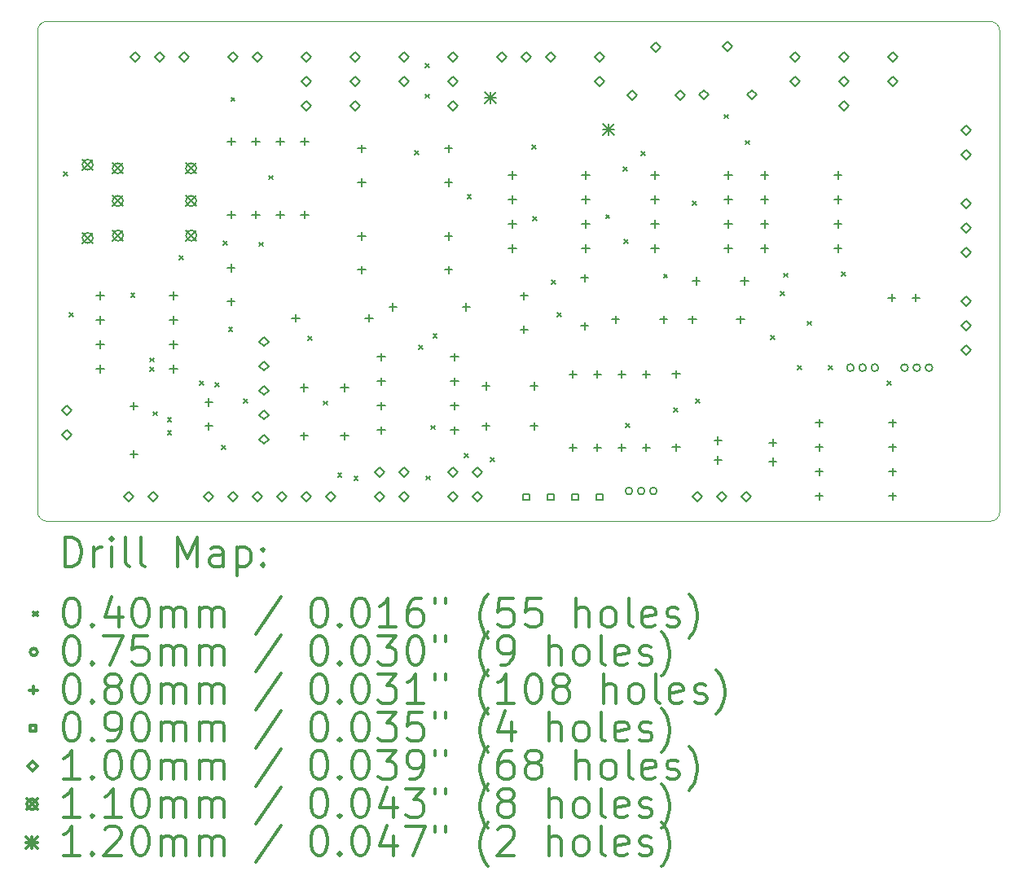
<source format=gbr>
%FSLAX45Y45*%
G04 Gerber Fmt 4.5, Leading zero omitted, Abs format (unit mm)*
G04 Created by KiCad (PCBNEW (5.1.5)-3) date 2020-02-16 22:31:30*
%MOMM*%
%LPD*%
G04 APERTURE LIST*
%TA.AperFunction,Profile*%
%ADD10C,0.050000*%
%TD*%
%ADD11C,0.200000*%
%ADD12C,0.300000*%
G04 APERTURE END LIST*
D10*
X100000Y-10000000D02*
X9900000Y-10000000D01*
X0Y-4900000D02*
X0Y-9900000D01*
X9900000Y-4800000D02*
X100000Y-4800000D01*
X10000000Y-9900000D02*
X10000000Y-4900000D01*
X100000Y-10000000D02*
G75*
G02X0Y-9900000I0J100000D01*
G01*
X10000000Y-9900000D02*
G75*
G02X9900000Y-10000000I-100000J0D01*
G01*
X9900000Y-4800000D02*
G75*
G02X10000000Y-4900000I0J-100000D01*
G01*
X0Y-4900000D02*
G75*
G02X100000Y-4800000I100000J0D01*
G01*
D11*
X270000Y-6368000D02*
X310000Y-6408000D01*
X310000Y-6368000D02*
X270000Y-6408000D01*
X330000Y-7832500D02*
X370000Y-7872500D01*
X370000Y-7832500D02*
X330000Y-7872500D01*
X970000Y-7630000D02*
X1010000Y-7670000D01*
X1010000Y-7630000D02*
X970000Y-7670000D01*
X1170000Y-8300000D02*
X1210000Y-8340000D01*
X1210000Y-8300000D02*
X1170000Y-8340000D01*
X1170000Y-8400000D02*
X1210000Y-8440000D01*
X1210000Y-8400000D02*
X1170000Y-8440000D01*
X1200000Y-8860000D02*
X1240000Y-8900000D01*
X1240000Y-8860000D02*
X1200000Y-8900000D01*
X1350000Y-8925000D02*
X1390000Y-8965000D01*
X1390000Y-8925000D02*
X1350000Y-8965000D01*
X1350000Y-9060000D02*
X1390000Y-9100000D01*
X1390000Y-9060000D02*
X1350000Y-9100000D01*
X1475000Y-7238000D02*
X1515000Y-7278000D01*
X1515000Y-7238000D02*
X1475000Y-7278000D01*
X1685000Y-8540000D02*
X1725000Y-8580000D01*
X1725000Y-8540000D02*
X1685000Y-8580000D01*
X1845000Y-8560000D02*
X1885000Y-8600000D01*
X1885000Y-8560000D02*
X1845000Y-8600000D01*
X1915000Y-9210000D02*
X1955000Y-9250000D01*
X1955000Y-9210000D02*
X1915000Y-9250000D01*
X1930000Y-7088000D02*
X1970000Y-7128000D01*
X1970000Y-7088000D02*
X1930000Y-7128000D01*
X1985000Y-7980000D02*
X2025000Y-8020000D01*
X2025000Y-7980000D02*
X1985000Y-8020000D01*
X2010000Y-5590500D02*
X2050000Y-5630500D01*
X2050000Y-5590500D02*
X2010000Y-5630500D01*
X2140000Y-8725000D02*
X2180000Y-8765000D01*
X2180000Y-8725000D02*
X2140000Y-8765000D01*
X2300000Y-7098000D02*
X2340000Y-7138000D01*
X2340000Y-7098000D02*
X2300000Y-7138000D01*
X2405000Y-6405000D02*
X2445000Y-6445000D01*
X2445000Y-6405000D02*
X2405000Y-6445000D01*
X2807500Y-8077500D02*
X2847500Y-8117500D01*
X2847500Y-8077500D02*
X2807500Y-8117500D01*
X2970000Y-8750000D02*
X3010000Y-8790000D01*
X3010000Y-8750000D02*
X2970000Y-8790000D01*
X3120000Y-9500000D02*
X3160000Y-9540000D01*
X3160000Y-9500000D02*
X3120000Y-9540000D01*
X3290000Y-9535000D02*
X3330000Y-9575000D01*
X3330000Y-9535000D02*
X3290000Y-9575000D01*
X3920000Y-6145000D02*
X3960000Y-6185000D01*
X3960000Y-6145000D02*
X3920000Y-6185000D01*
X3960000Y-8170000D02*
X4000000Y-8210000D01*
X4000000Y-8170000D02*
X3960000Y-8210000D01*
X4030000Y-5238000D02*
X4070000Y-5278000D01*
X4070000Y-5238000D02*
X4030000Y-5278000D01*
X4030000Y-5558000D02*
X4070000Y-5598000D01*
X4070000Y-5558000D02*
X4030000Y-5598000D01*
X4040000Y-9527500D02*
X4080000Y-9567500D01*
X4080000Y-9527500D02*
X4040000Y-9567500D01*
X4090000Y-9002500D02*
X4130000Y-9042500D01*
X4130000Y-9002500D02*
X4090000Y-9042500D01*
X4110000Y-8050000D02*
X4150000Y-8090000D01*
X4150000Y-8050000D02*
X4110000Y-8090000D01*
X4437000Y-9297216D02*
X4477000Y-9337216D01*
X4477000Y-9297216D02*
X4437000Y-9337216D01*
X4465000Y-6605000D02*
X4505000Y-6645000D01*
X4505000Y-6605000D02*
X4465000Y-6645000D01*
X4710000Y-9335000D02*
X4750000Y-9375000D01*
X4750000Y-9335000D02*
X4710000Y-9375000D01*
X5136000Y-6089000D02*
X5176000Y-6129000D01*
X5176000Y-6089000D02*
X5136000Y-6129000D01*
X5147250Y-6830250D02*
X5187250Y-6870250D01*
X5187250Y-6830250D02*
X5147250Y-6870250D01*
X5345000Y-7492500D02*
X5385000Y-7532500D01*
X5385000Y-7492500D02*
X5345000Y-7532500D01*
X5400000Y-7827500D02*
X5440000Y-7867500D01*
X5440000Y-7827500D02*
X5400000Y-7867500D01*
X5905000Y-6810000D02*
X5945000Y-6850000D01*
X5945000Y-6810000D02*
X5905000Y-6850000D01*
X6090000Y-6315000D02*
X6130000Y-6355000D01*
X6130000Y-6315000D02*
X6090000Y-6355000D01*
X6096000Y-7069000D02*
X6136000Y-7109000D01*
X6136000Y-7069000D02*
X6096000Y-7109000D01*
X6112500Y-8980000D02*
X6152500Y-9020000D01*
X6152500Y-8980000D02*
X6112500Y-9020000D01*
X6276000Y-6157000D02*
X6316000Y-6197000D01*
X6316000Y-6157000D02*
X6276000Y-6197000D01*
X6506000Y-7429000D02*
X6546000Y-7469000D01*
X6546000Y-7429000D02*
X6506000Y-7469000D01*
X6610000Y-8820000D02*
X6650000Y-8860000D01*
X6650000Y-8820000D02*
X6610000Y-8860000D01*
X6806000Y-6669000D02*
X6846000Y-6709000D01*
X6846000Y-6669000D02*
X6806000Y-6709000D01*
X6840000Y-8730000D02*
X6880000Y-8770000D01*
X6880000Y-8730000D02*
X6840000Y-8770000D01*
X7136000Y-5769000D02*
X7176000Y-5809000D01*
X7176000Y-5769000D02*
X7136000Y-5809000D01*
X7360000Y-6040000D02*
X7400000Y-6080000D01*
X7400000Y-6040000D02*
X7360000Y-6080000D01*
X7620000Y-8070000D02*
X7660000Y-8110000D01*
X7660000Y-8070000D02*
X7620000Y-8110000D01*
X7723500Y-7611500D02*
X7763500Y-7651500D01*
X7763500Y-7611500D02*
X7723500Y-7651500D01*
X7756000Y-7419000D02*
X7796000Y-7459000D01*
X7796000Y-7419000D02*
X7756000Y-7459000D01*
X7900000Y-8382500D02*
X7940000Y-8422500D01*
X7940000Y-8382500D02*
X7900000Y-8422500D01*
X8000000Y-7920000D02*
X8040000Y-7960000D01*
X8040000Y-7920000D02*
X8000000Y-7960000D01*
X8220000Y-8382500D02*
X8260000Y-8422500D01*
X8260000Y-8382500D02*
X8220000Y-8422500D01*
X8355000Y-7410000D02*
X8395000Y-7450000D01*
X8395000Y-7410000D02*
X8355000Y-7450000D01*
X8831000Y-8542000D02*
X8871000Y-8582000D01*
X8871000Y-8542000D02*
X8831000Y-8582000D01*
X8485000Y-8402000D02*
G75*
G03X8485000Y-8402000I-37500J0D01*
G01*
X8612000Y-8402000D02*
G75*
G03X8612000Y-8402000I-37500J0D01*
G01*
X8739000Y-8402000D02*
G75*
G03X8739000Y-8402000I-37500J0D01*
G01*
X9047000Y-8402000D02*
G75*
G03X9047000Y-8402000I-37500J0D01*
G01*
X9174000Y-8402000D02*
G75*
G03X9174000Y-8402000I-37500J0D01*
G01*
X9301000Y-8402000D02*
G75*
G03X9301000Y-8402000I-37500J0D01*
G01*
X6182500Y-9685000D02*
G75*
G03X6182500Y-9685000I-37500J0D01*
G01*
X6309500Y-9685000D02*
G75*
G03X6309500Y-9685000I-37500J0D01*
G01*
X6436500Y-9685000D02*
G75*
G03X6436500Y-9685000I-37500J0D01*
G01*
X2770000Y-8570000D02*
X2770000Y-8650000D01*
X2730000Y-8610000D02*
X2810000Y-8610000D01*
X2770000Y-9070000D02*
X2770000Y-9150000D01*
X2730000Y-9110000D02*
X2810000Y-9110000D01*
X5055000Y-7615000D02*
X5055000Y-7695000D01*
X5015000Y-7655000D02*
X5095000Y-7655000D01*
X5055000Y-7965000D02*
X5055000Y-8045000D01*
X5015000Y-8005000D02*
X5095000Y-8005000D01*
X6635000Y-8428000D02*
X6635000Y-8508000D01*
X6595000Y-8468000D02*
X6675000Y-8468000D01*
X6635000Y-9190000D02*
X6635000Y-9270000D01*
X6595000Y-9230000D02*
X6675000Y-9230000D01*
X650000Y-7610000D02*
X650000Y-7690000D01*
X610000Y-7650000D02*
X690000Y-7650000D01*
X650000Y-7864000D02*
X650000Y-7944000D01*
X610000Y-7904000D02*
X690000Y-7904000D01*
X650000Y-8118000D02*
X650000Y-8198000D01*
X610000Y-8158000D02*
X690000Y-8158000D01*
X650000Y-8372000D02*
X650000Y-8452000D01*
X610000Y-8412000D02*
X690000Y-8412000D01*
X1412000Y-7610000D02*
X1412000Y-7690000D01*
X1372000Y-7650000D02*
X1452000Y-7650000D01*
X1412000Y-7864000D02*
X1412000Y-7944000D01*
X1372000Y-7904000D02*
X1452000Y-7904000D01*
X1412000Y-8118000D02*
X1412000Y-8198000D01*
X1372000Y-8158000D02*
X1452000Y-8158000D01*
X1412000Y-8372000D02*
X1412000Y-8452000D01*
X1372000Y-8412000D02*
X1452000Y-8412000D01*
X4270000Y-6083000D02*
X4270000Y-6163000D01*
X4230000Y-6123000D02*
X4310000Y-6123000D01*
X4270000Y-6433000D02*
X4270000Y-6513000D01*
X4230000Y-6473000D02*
X4310000Y-6473000D01*
X5686000Y-7429000D02*
X5686000Y-7509000D01*
X5646000Y-7469000D02*
X5726000Y-7469000D01*
X5686000Y-7929000D02*
X5686000Y-8009000D01*
X5646000Y-7969000D02*
X5726000Y-7969000D01*
X1000000Y-8760000D02*
X1000000Y-8840000D01*
X960000Y-8800000D02*
X1040000Y-8800000D01*
X1000000Y-9260000D02*
X1000000Y-9340000D01*
X960000Y-9300000D02*
X1040000Y-9300000D01*
X3370000Y-6083000D02*
X3370000Y-6163000D01*
X3330000Y-6123000D02*
X3410000Y-6123000D01*
X3370000Y-6433000D02*
X3370000Y-6513000D01*
X3330000Y-6473000D02*
X3410000Y-6473000D01*
X7070000Y-9120000D02*
X7070000Y-9200000D01*
X7030000Y-9160000D02*
X7110000Y-9160000D01*
X7070000Y-9320000D02*
X7070000Y-9400000D01*
X7030000Y-9360000D02*
X7110000Y-9360000D01*
X4936000Y-6359000D02*
X4936000Y-6439000D01*
X4896000Y-6399000D02*
X4976000Y-6399000D01*
X4936000Y-6613000D02*
X4936000Y-6693000D01*
X4896000Y-6653000D02*
X4976000Y-6653000D01*
X4936000Y-6867000D02*
X4936000Y-6947000D01*
X4896000Y-6907000D02*
X4976000Y-6907000D01*
X4936000Y-7121000D02*
X4936000Y-7201000D01*
X4896000Y-7161000D02*
X4976000Y-7161000D01*
X5698000Y-6359000D02*
X5698000Y-6439000D01*
X5658000Y-6399000D02*
X5738000Y-6399000D01*
X5698000Y-6613000D02*
X5698000Y-6693000D01*
X5658000Y-6653000D02*
X5738000Y-6653000D01*
X5698000Y-6867000D02*
X5698000Y-6947000D01*
X5658000Y-6907000D02*
X5738000Y-6907000D01*
X5698000Y-7121000D02*
X5698000Y-7201000D01*
X5658000Y-7161000D02*
X5738000Y-7161000D01*
X3370000Y-6993000D02*
X3370000Y-7073000D01*
X3330000Y-7033000D02*
X3410000Y-7033000D01*
X3370000Y-7343000D02*
X3370000Y-7423000D01*
X3330000Y-7383000D02*
X3410000Y-7383000D01*
X4270000Y-6993000D02*
X4270000Y-7073000D01*
X4230000Y-7033000D02*
X4310000Y-7033000D01*
X4270000Y-7343000D02*
X4270000Y-7423000D01*
X4230000Y-7383000D02*
X4310000Y-7383000D01*
X2013000Y-6008000D02*
X2013000Y-6088000D01*
X1973000Y-6048000D02*
X2053000Y-6048000D01*
X2013000Y-6770000D02*
X2013000Y-6850000D01*
X1973000Y-6810000D02*
X2053000Y-6810000D01*
X2267000Y-6008000D02*
X2267000Y-6088000D01*
X2227000Y-6048000D02*
X2307000Y-6048000D01*
X2267000Y-6770000D02*
X2267000Y-6850000D01*
X2227000Y-6810000D02*
X2307000Y-6810000D01*
X2521000Y-6008000D02*
X2521000Y-6088000D01*
X2481000Y-6048000D02*
X2561000Y-6048000D01*
X2521000Y-6770000D02*
X2521000Y-6850000D01*
X2481000Y-6810000D02*
X2561000Y-6810000D01*
X2775000Y-6008000D02*
X2775000Y-6088000D01*
X2735000Y-6048000D02*
X2815000Y-6048000D01*
X2775000Y-6770000D02*
X2775000Y-6850000D01*
X2735000Y-6810000D02*
X2815000Y-6810000D01*
X6846000Y-7459000D02*
X6846000Y-7539000D01*
X6806000Y-7499000D02*
X6886000Y-7499000D01*
X7346000Y-7459000D02*
X7346000Y-7539000D01*
X7306000Y-7499000D02*
X7386000Y-7499000D01*
X6806000Y-7859000D02*
X6806000Y-7939000D01*
X6766000Y-7899000D02*
X6846000Y-7899000D01*
X7306000Y-7859000D02*
X7306000Y-7939000D01*
X7266000Y-7899000D02*
X7346000Y-7899000D01*
X2010000Y-7325000D02*
X2010000Y-7405000D01*
X1970000Y-7365000D02*
X2050000Y-7365000D01*
X2010000Y-7675000D02*
X2010000Y-7755000D01*
X1970000Y-7715000D02*
X2050000Y-7715000D01*
X3693000Y-7730000D02*
X3693000Y-7810000D01*
X3653000Y-7770000D02*
X3733000Y-7770000D01*
X4455000Y-7730000D02*
X4455000Y-7810000D01*
X4415000Y-7770000D02*
X4495000Y-7770000D01*
X4660000Y-8970000D02*
X4660000Y-9050000D01*
X4620000Y-9010000D02*
X4700000Y-9010000D01*
X5160000Y-8970000D02*
X5160000Y-9050000D01*
X5120000Y-9010000D02*
X5200000Y-9010000D01*
X8877500Y-7635000D02*
X8877500Y-7715000D01*
X8837500Y-7675000D02*
X8917500Y-7675000D01*
X9127500Y-7635000D02*
X9127500Y-7715000D01*
X9087500Y-7675000D02*
X9167500Y-7675000D01*
X8122500Y-8935000D02*
X8122500Y-9015000D01*
X8082500Y-8975000D02*
X8162500Y-8975000D01*
X8122500Y-9189000D02*
X8122500Y-9269000D01*
X8082500Y-9229000D02*
X8162500Y-9229000D01*
X8122500Y-9443000D02*
X8122500Y-9523000D01*
X8082500Y-9483000D02*
X8162500Y-9483000D01*
X8122500Y-9697000D02*
X8122500Y-9777000D01*
X8082500Y-9737000D02*
X8162500Y-9737000D01*
X8884500Y-8935000D02*
X8884500Y-9015000D01*
X8844500Y-8975000D02*
X8924500Y-8975000D01*
X8884500Y-9189000D02*
X8884500Y-9269000D01*
X8844500Y-9229000D02*
X8924500Y-9229000D01*
X8884500Y-9443000D02*
X8884500Y-9523000D01*
X8844500Y-9483000D02*
X8924500Y-9483000D01*
X8884500Y-9697000D02*
X8884500Y-9777000D01*
X8844500Y-9737000D02*
X8924500Y-9737000D01*
X6416000Y-6359000D02*
X6416000Y-6439000D01*
X6376000Y-6399000D02*
X6456000Y-6399000D01*
X6416000Y-6613000D02*
X6416000Y-6693000D01*
X6376000Y-6653000D02*
X6456000Y-6653000D01*
X6416000Y-6867000D02*
X6416000Y-6947000D01*
X6376000Y-6907000D02*
X6456000Y-6907000D01*
X6416000Y-7121000D02*
X6416000Y-7201000D01*
X6376000Y-7161000D02*
X6456000Y-7161000D01*
X7178000Y-6359000D02*
X7178000Y-6439000D01*
X7138000Y-6399000D02*
X7218000Y-6399000D01*
X7178000Y-6613000D02*
X7178000Y-6693000D01*
X7138000Y-6653000D02*
X7218000Y-6653000D01*
X7178000Y-6867000D02*
X7178000Y-6947000D01*
X7138000Y-6907000D02*
X7218000Y-6907000D01*
X7178000Y-7121000D02*
X7178000Y-7201000D01*
X7138000Y-7161000D02*
X7218000Y-7161000D01*
X4660000Y-8550000D02*
X4660000Y-8630000D01*
X4620000Y-8590000D02*
X4700000Y-8590000D01*
X5160000Y-8550000D02*
X5160000Y-8630000D01*
X5120000Y-8590000D02*
X5200000Y-8590000D01*
X3190000Y-8570000D02*
X3190000Y-8650000D01*
X3150000Y-8610000D02*
X3230000Y-8610000D01*
X3190000Y-9070000D02*
X3190000Y-9150000D01*
X3150000Y-9110000D02*
X3230000Y-9110000D01*
X7640000Y-9140000D02*
X7640000Y-9220000D01*
X7600000Y-9180000D02*
X7680000Y-9180000D01*
X7640000Y-9340000D02*
X7640000Y-9420000D01*
X7600000Y-9380000D02*
X7680000Y-9380000D01*
X5563000Y-8430000D02*
X5563000Y-8510000D01*
X5523000Y-8470000D02*
X5603000Y-8470000D01*
X5563000Y-9192000D02*
X5563000Y-9272000D01*
X5523000Y-9232000D02*
X5603000Y-9232000D01*
X5817000Y-8430000D02*
X5817000Y-8510000D01*
X5777000Y-8470000D02*
X5857000Y-8470000D01*
X5817000Y-9192000D02*
X5817000Y-9272000D01*
X5777000Y-9232000D02*
X5857000Y-9232000D01*
X6071000Y-8430000D02*
X6071000Y-8510000D01*
X6031000Y-8470000D02*
X6111000Y-8470000D01*
X6071000Y-9192000D02*
X6071000Y-9272000D01*
X6031000Y-9232000D02*
X6111000Y-9232000D01*
X6325000Y-8430000D02*
X6325000Y-8510000D01*
X6285000Y-8470000D02*
X6365000Y-8470000D01*
X6325000Y-9192000D02*
X6325000Y-9272000D01*
X6285000Y-9232000D02*
X6365000Y-9232000D01*
X6006000Y-7859000D02*
X6006000Y-7939000D01*
X5966000Y-7899000D02*
X6046000Y-7899000D01*
X6506000Y-7859000D02*
X6506000Y-7939000D01*
X6466000Y-7899000D02*
X6546000Y-7899000D01*
X1780000Y-8720000D02*
X1780000Y-8800000D01*
X1740000Y-8760000D02*
X1820000Y-8760000D01*
X1780000Y-8970000D02*
X1780000Y-9050000D01*
X1740000Y-9010000D02*
X1820000Y-9010000D01*
X2683000Y-7845000D02*
X2683000Y-7925000D01*
X2643000Y-7885000D02*
X2723000Y-7885000D01*
X3445000Y-7845000D02*
X3445000Y-7925000D01*
X3405000Y-7885000D02*
X3485000Y-7885000D01*
X3570000Y-8250000D02*
X3570000Y-8330000D01*
X3530000Y-8290000D02*
X3610000Y-8290000D01*
X3570000Y-8504000D02*
X3570000Y-8584000D01*
X3530000Y-8544000D02*
X3610000Y-8544000D01*
X3570000Y-8758000D02*
X3570000Y-8838000D01*
X3530000Y-8798000D02*
X3610000Y-8798000D01*
X3570000Y-9012000D02*
X3570000Y-9092000D01*
X3530000Y-9052000D02*
X3610000Y-9052000D01*
X4332000Y-8250000D02*
X4332000Y-8330000D01*
X4292000Y-8290000D02*
X4372000Y-8290000D01*
X4332000Y-8504000D02*
X4332000Y-8584000D01*
X4292000Y-8544000D02*
X4372000Y-8544000D01*
X4332000Y-8758000D02*
X4332000Y-8838000D01*
X4292000Y-8798000D02*
X4372000Y-8798000D01*
X4332000Y-9012000D02*
X4332000Y-9092000D01*
X4292000Y-9052000D02*
X4372000Y-9052000D01*
X7556000Y-6359000D02*
X7556000Y-6439000D01*
X7516000Y-6399000D02*
X7596000Y-6399000D01*
X7556000Y-6613000D02*
X7556000Y-6693000D01*
X7516000Y-6653000D02*
X7596000Y-6653000D01*
X7556000Y-6867000D02*
X7556000Y-6947000D01*
X7516000Y-6907000D02*
X7596000Y-6907000D01*
X7556000Y-7121000D02*
X7556000Y-7201000D01*
X7516000Y-7161000D02*
X7596000Y-7161000D01*
X8318000Y-6359000D02*
X8318000Y-6439000D01*
X8278000Y-6399000D02*
X8358000Y-6399000D01*
X8318000Y-6613000D02*
X8318000Y-6693000D01*
X8278000Y-6653000D02*
X8358000Y-6653000D01*
X8318000Y-6867000D02*
X8318000Y-6947000D01*
X8278000Y-6907000D02*
X8358000Y-6907000D01*
X8318000Y-7121000D02*
X8318000Y-7201000D01*
X8278000Y-7161000D02*
X8358000Y-7161000D01*
X5619820Y-9777820D02*
X5619820Y-9714180D01*
X5556180Y-9714180D01*
X5556180Y-9777820D01*
X5619820Y-9777820D01*
X5873820Y-9777820D02*
X5873820Y-9714180D01*
X5810180Y-9714180D01*
X5810180Y-9777820D01*
X5873820Y-9777820D01*
X5111820Y-9777820D02*
X5111820Y-9714180D01*
X5048180Y-9714180D01*
X5048180Y-9777820D01*
X5111820Y-9777820D01*
X5365820Y-9777820D02*
X5365820Y-9714180D01*
X5302180Y-9714180D01*
X5302180Y-9777820D01*
X5365820Y-9777820D01*
X8382000Y-5224000D02*
X8432000Y-5174000D01*
X8382000Y-5124000D01*
X8332000Y-5174000D01*
X8382000Y-5224000D01*
X8382000Y-5478000D02*
X8432000Y-5428000D01*
X8382000Y-5378000D01*
X8332000Y-5428000D01*
X8382000Y-5478000D01*
X8382000Y-5732000D02*
X8432000Y-5682000D01*
X8382000Y-5632000D01*
X8332000Y-5682000D01*
X8382000Y-5732000D01*
X6176000Y-5619000D02*
X6226000Y-5569000D01*
X6176000Y-5519000D01*
X6126000Y-5569000D01*
X6176000Y-5619000D01*
X6426000Y-5119000D02*
X6476000Y-5069000D01*
X6426000Y-5019000D01*
X6376000Y-5069000D01*
X6426000Y-5119000D01*
X6676000Y-5619000D02*
X6726000Y-5569000D01*
X6676000Y-5519000D01*
X6626000Y-5569000D01*
X6676000Y-5619000D01*
X1778000Y-9796000D02*
X1828000Y-9746000D01*
X1778000Y-9696000D01*
X1728000Y-9746000D01*
X1778000Y-9796000D01*
X2032000Y-9796000D02*
X2082000Y-9746000D01*
X2032000Y-9696000D01*
X1982000Y-9746000D01*
X2032000Y-9796000D01*
X2286000Y-9796000D02*
X2336000Y-9746000D01*
X2286000Y-9696000D01*
X2236000Y-9746000D01*
X2286000Y-9796000D01*
X2540000Y-9796000D02*
X2590000Y-9746000D01*
X2540000Y-9696000D01*
X2490000Y-9746000D01*
X2540000Y-9796000D01*
X2794000Y-9796000D02*
X2844000Y-9746000D01*
X2794000Y-9696000D01*
X2744000Y-9746000D01*
X2794000Y-9796000D01*
X3048000Y-9796000D02*
X3098000Y-9746000D01*
X3048000Y-9696000D01*
X2998000Y-9746000D01*
X3048000Y-9796000D01*
X3302000Y-5224000D02*
X3352000Y-5174000D01*
X3302000Y-5124000D01*
X3252000Y-5174000D01*
X3302000Y-5224000D01*
X3302000Y-5478000D02*
X3352000Y-5428000D01*
X3302000Y-5378000D01*
X3252000Y-5428000D01*
X3302000Y-5478000D01*
X3302000Y-5732000D02*
X3352000Y-5682000D01*
X3302000Y-5632000D01*
X3252000Y-5682000D01*
X3302000Y-5732000D01*
X4826000Y-5224000D02*
X4876000Y-5174000D01*
X4826000Y-5124000D01*
X4776000Y-5174000D01*
X4826000Y-5224000D01*
X5080000Y-5224000D02*
X5130000Y-5174000D01*
X5080000Y-5124000D01*
X5030000Y-5174000D01*
X5080000Y-5224000D01*
X5334000Y-5224000D02*
X5384000Y-5174000D01*
X5334000Y-5124000D01*
X5284000Y-5174000D01*
X5334000Y-5224000D01*
X9652000Y-7764000D02*
X9702000Y-7714000D01*
X9652000Y-7664000D01*
X9602000Y-7714000D01*
X9652000Y-7764000D01*
X9652000Y-8018000D02*
X9702000Y-7968000D01*
X9652000Y-7918000D01*
X9602000Y-7968000D01*
X9652000Y-8018000D01*
X9652000Y-8272000D02*
X9702000Y-8222000D01*
X9652000Y-8172000D01*
X9602000Y-8222000D01*
X9652000Y-8272000D01*
X3556000Y-9542000D02*
X3606000Y-9492000D01*
X3556000Y-9442000D01*
X3506000Y-9492000D01*
X3556000Y-9542000D01*
X3556000Y-9796000D02*
X3606000Y-9746000D01*
X3556000Y-9696000D01*
X3506000Y-9746000D01*
X3556000Y-9796000D01*
X3810000Y-9542000D02*
X3860000Y-9492000D01*
X3810000Y-9442000D01*
X3760000Y-9492000D01*
X3810000Y-9542000D01*
X3810000Y-9796000D02*
X3860000Y-9746000D01*
X3810000Y-9696000D01*
X3760000Y-9746000D01*
X3810000Y-9796000D01*
X4318000Y-5224000D02*
X4368000Y-5174000D01*
X4318000Y-5124000D01*
X4268000Y-5174000D01*
X4318000Y-5224000D01*
X4318000Y-5478000D02*
X4368000Y-5428000D01*
X4318000Y-5378000D01*
X4268000Y-5428000D01*
X4318000Y-5478000D01*
X4318000Y-5732000D02*
X4368000Y-5682000D01*
X4318000Y-5632000D01*
X4268000Y-5682000D01*
X4318000Y-5732000D01*
X300000Y-8896000D02*
X350000Y-8846000D01*
X300000Y-8796000D01*
X250000Y-8846000D01*
X300000Y-8896000D01*
X300000Y-9150000D02*
X350000Y-9100000D01*
X300000Y-9050000D01*
X250000Y-9100000D01*
X300000Y-9150000D01*
X6921000Y-5614000D02*
X6971000Y-5564000D01*
X6921000Y-5514000D01*
X6871000Y-5564000D01*
X6921000Y-5614000D01*
X7171000Y-5114000D02*
X7221000Y-5064000D01*
X7171000Y-5014000D01*
X7121000Y-5064000D01*
X7171000Y-5114000D01*
X7421000Y-5614000D02*
X7471000Y-5564000D01*
X7421000Y-5514000D01*
X7371000Y-5564000D01*
X7421000Y-5614000D01*
X946000Y-9796000D02*
X996000Y-9746000D01*
X946000Y-9696000D01*
X896000Y-9746000D01*
X946000Y-9796000D01*
X1200000Y-9796000D02*
X1250000Y-9746000D01*
X1200000Y-9696000D01*
X1150000Y-9746000D01*
X1200000Y-9796000D01*
X5842000Y-5224000D02*
X5892000Y-5174000D01*
X5842000Y-5124000D01*
X5792000Y-5174000D01*
X5842000Y-5224000D01*
X5842000Y-5478000D02*
X5892000Y-5428000D01*
X5842000Y-5378000D01*
X5792000Y-5428000D01*
X5842000Y-5478000D01*
X6858000Y-9796000D02*
X6908000Y-9746000D01*
X6858000Y-9696000D01*
X6808000Y-9746000D01*
X6858000Y-9796000D01*
X7112000Y-9796000D02*
X7162000Y-9746000D01*
X7112000Y-9696000D01*
X7062000Y-9746000D01*
X7112000Y-9796000D01*
X7366000Y-9796000D02*
X7416000Y-9746000D01*
X7366000Y-9696000D01*
X7316000Y-9746000D01*
X7366000Y-9796000D01*
X8890000Y-5224000D02*
X8940000Y-5174000D01*
X8890000Y-5124000D01*
X8840000Y-5174000D01*
X8890000Y-5224000D01*
X8890000Y-5478000D02*
X8940000Y-5428000D01*
X8890000Y-5378000D01*
X8840000Y-5428000D01*
X8890000Y-5478000D01*
X1016000Y-5224000D02*
X1066000Y-5174000D01*
X1016000Y-5124000D01*
X966000Y-5174000D01*
X1016000Y-5224000D01*
X1270000Y-5224000D02*
X1320000Y-5174000D01*
X1270000Y-5124000D01*
X1220000Y-5174000D01*
X1270000Y-5224000D01*
X1524000Y-5224000D02*
X1574000Y-5174000D01*
X1524000Y-5124000D01*
X1474000Y-5174000D01*
X1524000Y-5224000D01*
X2032000Y-5224000D02*
X2082000Y-5174000D01*
X2032000Y-5124000D01*
X1982000Y-5174000D01*
X2032000Y-5224000D01*
X2286000Y-5224000D02*
X2336000Y-5174000D01*
X2286000Y-5124000D01*
X2236000Y-5174000D01*
X2286000Y-5224000D01*
X9652000Y-6748000D02*
X9702000Y-6698000D01*
X9652000Y-6648000D01*
X9602000Y-6698000D01*
X9652000Y-6748000D01*
X9652000Y-7002000D02*
X9702000Y-6952000D01*
X9652000Y-6902000D01*
X9602000Y-6952000D01*
X9652000Y-7002000D01*
X9652000Y-7256000D02*
X9702000Y-7206000D01*
X9652000Y-7156000D01*
X9602000Y-7206000D01*
X9652000Y-7256000D01*
X2350000Y-8180000D02*
X2400000Y-8130000D01*
X2350000Y-8080000D01*
X2300000Y-8130000D01*
X2350000Y-8180000D01*
X2350000Y-8434000D02*
X2400000Y-8384000D01*
X2350000Y-8334000D01*
X2300000Y-8384000D01*
X2350000Y-8434000D01*
X2350000Y-8688000D02*
X2400000Y-8638000D01*
X2350000Y-8588000D01*
X2300000Y-8638000D01*
X2350000Y-8688000D01*
X2350000Y-8942000D02*
X2400000Y-8892000D01*
X2350000Y-8842000D01*
X2300000Y-8892000D01*
X2350000Y-8942000D01*
X2350000Y-9196000D02*
X2400000Y-9146000D01*
X2350000Y-9096000D01*
X2300000Y-9146000D01*
X2350000Y-9196000D01*
X3810000Y-5224000D02*
X3860000Y-5174000D01*
X3810000Y-5124000D01*
X3760000Y-5174000D01*
X3810000Y-5224000D01*
X3810000Y-5478000D02*
X3860000Y-5428000D01*
X3810000Y-5378000D01*
X3760000Y-5428000D01*
X3810000Y-5478000D01*
X9652000Y-5986000D02*
X9702000Y-5936000D01*
X9652000Y-5886000D01*
X9602000Y-5936000D01*
X9652000Y-5986000D01*
X9652000Y-6240000D02*
X9702000Y-6190000D01*
X9652000Y-6140000D01*
X9602000Y-6190000D01*
X9652000Y-6240000D01*
X4318000Y-9542000D02*
X4368000Y-9492000D01*
X4318000Y-9442000D01*
X4268000Y-9492000D01*
X4318000Y-9542000D01*
X4318000Y-9796000D02*
X4368000Y-9746000D01*
X4318000Y-9696000D01*
X4268000Y-9746000D01*
X4318000Y-9796000D01*
X4572000Y-9542000D02*
X4622000Y-9492000D01*
X4572000Y-9442000D01*
X4522000Y-9492000D01*
X4572000Y-9542000D01*
X4572000Y-9796000D02*
X4622000Y-9746000D01*
X4572000Y-9696000D01*
X4522000Y-9746000D01*
X4572000Y-9796000D01*
X7874000Y-5224000D02*
X7924000Y-5174000D01*
X7874000Y-5124000D01*
X7824000Y-5174000D01*
X7874000Y-5224000D01*
X7874000Y-5478000D02*
X7924000Y-5428000D01*
X7874000Y-5378000D01*
X7824000Y-5428000D01*
X7874000Y-5478000D01*
X2794000Y-5224000D02*
X2844000Y-5174000D01*
X2794000Y-5124000D01*
X2744000Y-5174000D01*
X2794000Y-5224000D01*
X2794000Y-5478000D02*
X2844000Y-5428000D01*
X2794000Y-5378000D01*
X2744000Y-5428000D01*
X2794000Y-5478000D01*
X2794000Y-5732000D02*
X2844000Y-5682000D01*
X2794000Y-5632000D01*
X2744000Y-5682000D01*
X2794000Y-5732000D01*
X778000Y-6613000D02*
X888000Y-6723000D01*
X888000Y-6613000D02*
X778000Y-6723000D01*
X888000Y-6668000D02*
G75*
G03X888000Y-6668000I-55000J0D01*
G01*
X1540000Y-6613000D02*
X1650000Y-6723000D01*
X1650000Y-6613000D02*
X1540000Y-6723000D01*
X1650000Y-6668000D02*
G75*
G03X1650000Y-6668000I-55000J0D01*
G01*
X778000Y-6273000D02*
X888000Y-6383000D01*
X888000Y-6273000D02*
X778000Y-6383000D01*
X888000Y-6328000D02*
G75*
G03X888000Y-6328000I-55000J0D01*
G01*
X1540000Y-6273000D02*
X1650000Y-6383000D01*
X1650000Y-6273000D02*
X1540000Y-6383000D01*
X1650000Y-6328000D02*
G75*
G03X1650000Y-6328000I-55000J0D01*
G01*
X465000Y-6236000D02*
X575000Y-6346000D01*
X575000Y-6236000D02*
X465000Y-6346000D01*
X575000Y-6291000D02*
G75*
G03X575000Y-6291000I-55000J0D01*
G01*
X465000Y-6998000D02*
X575000Y-7108000D01*
X575000Y-6998000D02*
X465000Y-7108000D01*
X575000Y-7053000D02*
G75*
G03X575000Y-7053000I-55000J0D01*
G01*
X780000Y-6973000D02*
X890000Y-7083000D01*
X890000Y-6973000D02*
X780000Y-7083000D01*
X890000Y-7028000D02*
G75*
G03X890000Y-7028000I-55000J0D01*
G01*
X1542000Y-6973000D02*
X1652000Y-7083000D01*
X1652000Y-6973000D02*
X1542000Y-7083000D01*
X1652000Y-7028000D02*
G75*
G03X1652000Y-7028000I-55000J0D01*
G01*
X4645000Y-5533000D02*
X4765000Y-5653000D01*
X4765000Y-5533000D02*
X4645000Y-5653000D01*
X4705000Y-5533000D02*
X4705000Y-5653000D01*
X4645000Y-5593000D02*
X4765000Y-5593000D01*
X5871726Y-5861700D02*
X5991726Y-5981700D01*
X5991726Y-5861700D02*
X5871726Y-5981700D01*
X5931726Y-5861700D02*
X5931726Y-5981700D01*
X5871726Y-5921700D02*
X5991726Y-5921700D01*
D12*
X283928Y-10468214D02*
X283928Y-10168214D01*
X355357Y-10168214D01*
X398214Y-10182500D01*
X426786Y-10211072D01*
X441071Y-10239643D01*
X455357Y-10296786D01*
X455357Y-10339643D01*
X441071Y-10396786D01*
X426786Y-10425357D01*
X398214Y-10453929D01*
X355357Y-10468214D01*
X283928Y-10468214D01*
X583928Y-10468214D02*
X583928Y-10268214D01*
X583928Y-10325357D02*
X598214Y-10296786D01*
X612500Y-10282500D01*
X641071Y-10268214D01*
X669643Y-10268214D01*
X769643Y-10468214D02*
X769643Y-10268214D01*
X769643Y-10168214D02*
X755357Y-10182500D01*
X769643Y-10196786D01*
X783928Y-10182500D01*
X769643Y-10168214D01*
X769643Y-10196786D01*
X955357Y-10468214D02*
X926786Y-10453929D01*
X912500Y-10425357D01*
X912500Y-10168214D01*
X1112500Y-10468214D02*
X1083928Y-10453929D01*
X1069643Y-10425357D01*
X1069643Y-10168214D01*
X1455357Y-10468214D02*
X1455357Y-10168214D01*
X1555357Y-10382500D01*
X1655357Y-10168214D01*
X1655357Y-10468214D01*
X1926786Y-10468214D02*
X1926786Y-10311072D01*
X1912500Y-10282500D01*
X1883928Y-10268214D01*
X1826786Y-10268214D01*
X1798214Y-10282500D01*
X1926786Y-10453929D02*
X1898214Y-10468214D01*
X1826786Y-10468214D01*
X1798214Y-10453929D01*
X1783928Y-10425357D01*
X1783928Y-10396786D01*
X1798214Y-10368214D01*
X1826786Y-10353929D01*
X1898214Y-10353929D01*
X1926786Y-10339643D01*
X2069643Y-10268214D02*
X2069643Y-10568214D01*
X2069643Y-10282500D02*
X2098214Y-10268214D01*
X2155357Y-10268214D01*
X2183928Y-10282500D01*
X2198214Y-10296786D01*
X2212500Y-10325357D01*
X2212500Y-10411072D01*
X2198214Y-10439643D01*
X2183928Y-10453929D01*
X2155357Y-10468214D01*
X2098214Y-10468214D01*
X2069643Y-10453929D01*
X2341071Y-10439643D02*
X2355357Y-10453929D01*
X2341071Y-10468214D01*
X2326786Y-10453929D01*
X2341071Y-10439643D01*
X2341071Y-10468214D01*
X2341071Y-10282500D02*
X2355357Y-10296786D01*
X2341071Y-10311072D01*
X2326786Y-10296786D01*
X2341071Y-10282500D01*
X2341071Y-10311072D01*
X-42500Y-10942500D02*
X-2500Y-10982500D01*
X-2500Y-10942500D02*
X-42500Y-10982500D01*
X341071Y-10798214D02*
X369643Y-10798214D01*
X398214Y-10812500D01*
X412500Y-10826786D01*
X426786Y-10855357D01*
X441071Y-10912500D01*
X441071Y-10983929D01*
X426786Y-11041072D01*
X412500Y-11069643D01*
X398214Y-11083929D01*
X369643Y-11098214D01*
X341071Y-11098214D01*
X312500Y-11083929D01*
X298214Y-11069643D01*
X283928Y-11041072D01*
X269643Y-10983929D01*
X269643Y-10912500D01*
X283928Y-10855357D01*
X298214Y-10826786D01*
X312500Y-10812500D01*
X341071Y-10798214D01*
X569643Y-11069643D02*
X583928Y-11083929D01*
X569643Y-11098214D01*
X555357Y-11083929D01*
X569643Y-11069643D01*
X569643Y-11098214D01*
X841071Y-10898214D02*
X841071Y-11098214D01*
X769643Y-10783929D02*
X698214Y-10998214D01*
X883928Y-10998214D01*
X1055357Y-10798214D02*
X1083928Y-10798214D01*
X1112500Y-10812500D01*
X1126786Y-10826786D01*
X1141071Y-10855357D01*
X1155357Y-10912500D01*
X1155357Y-10983929D01*
X1141071Y-11041072D01*
X1126786Y-11069643D01*
X1112500Y-11083929D01*
X1083928Y-11098214D01*
X1055357Y-11098214D01*
X1026786Y-11083929D01*
X1012500Y-11069643D01*
X998214Y-11041072D01*
X983928Y-10983929D01*
X983928Y-10912500D01*
X998214Y-10855357D01*
X1012500Y-10826786D01*
X1026786Y-10812500D01*
X1055357Y-10798214D01*
X1283928Y-11098214D02*
X1283928Y-10898214D01*
X1283928Y-10926786D02*
X1298214Y-10912500D01*
X1326786Y-10898214D01*
X1369643Y-10898214D01*
X1398214Y-10912500D01*
X1412500Y-10941072D01*
X1412500Y-11098214D01*
X1412500Y-10941072D02*
X1426786Y-10912500D01*
X1455357Y-10898214D01*
X1498214Y-10898214D01*
X1526786Y-10912500D01*
X1541071Y-10941072D01*
X1541071Y-11098214D01*
X1683928Y-11098214D02*
X1683928Y-10898214D01*
X1683928Y-10926786D02*
X1698214Y-10912500D01*
X1726786Y-10898214D01*
X1769643Y-10898214D01*
X1798214Y-10912500D01*
X1812500Y-10941072D01*
X1812500Y-11098214D01*
X1812500Y-10941072D02*
X1826786Y-10912500D01*
X1855357Y-10898214D01*
X1898214Y-10898214D01*
X1926786Y-10912500D01*
X1941071Y-10941072D01*
X1941071Y-11098214D01*
X2526786Y-10783929D02*
X2269643Y-11169643D01*
X2912500Y-10798214D02*
X2941071Y-10798214D01*
X2969643Y-10812500D01*
X2983928Y-10826786D01*
X2998214Y-10855357D01*
X3012500Y-10912500D01*
X3012500Y-10983929D01*
X2998214Y-11041072D01*
X2983928Y-11069643D01*
X2969643Y-11083929D01*
X2941071Y-11098214D01*
X2912500Y-11098214D01*
X2883928Y-11083929D01*
X2869643Y-11069643D01*
X2855357Y-11041072D01*
X2841071Y-10983929D01*
X2841071Y-10912500D01*
X2855357Y-10855357D01*
X2869643Y-10826786D01*
X2883928Y-10812500D01*
X2912500Y-10798214D01*
X3141071Y-11069643D02*
X3155357Y-11083929D01*
X3141071Y-11098214D01*
X3126786Y-11083929D01*
X3141071Y-11069643D01*
X3141071Y-11098214D01*
X3341071Y-10798214D02*
X3369643Y-10798214D01*
X3398214Y-10812500D01*
X3412500Y-10826786D01*
X3426786Y-10855357D01*
X3441071Y-10912500D01*
X3441071Y-10983929D01*
X3426786Y-11041072D01*
X3412500Y-11069643D01*
X3398214Y-11083929D01*
X3369643Y-11098214D01*
X3341071Y-11098214D01*
X3312500Y-11083929D01*
X3298214Y-11069643D01*
X3283928Y-11041072D01*
X3269643Y-10983929D01*
X3269643Y-10912500D01*
X3283928Y-10855357D01*
X3298214Y-10826786D01*
X3312500Y-10812500D01*
X3341071Y-10798214D01*
X3726786Y-11098214D02*
X3555357Y-11098214D01*
X3641071Y-11098214D02*
X3641071Y-10798214D01*
X3612500Y-10841072D01*
X3583928Y-10869643D01*
X3555357Y-10883929D01*
X3983928Y-10798214D02*
X3926786Y-10798214D01*
X3898214Y-10812500D01*
X3883928Y-10826786D01*
X3855357Y-10869643D01*
X3841071Y-10926786D01*
X3841071Y-11041072D01*
X3855357Y-11069643D01*
X3869643Y-11083929D01*
X3898214Y-11098214D01*
X3955357Y-11098214D01*
X3983928Y-11083929D01*
X3998214Y-11069643D01*
X4012500Y-11041072D01*
X4012500Y-10969643D01*
X3998214Y-10941072D01*
X3983928Y-10926786D01*
X3955357Y-10912500D01*
X3898214Y-10912500D01*
X3869643Y-10926786D01*
X3855357Y-10941072D01*
X3841071Y-10969643D01*
X4126786Y-10798214D02*
X4126786Y-10855357D01*
X4241071Y-10798214D02*
X4241071Y-10855357D01*
X4683928Y-11212500D02*
X4669643Y-11198214D01*
X4641071Y-11155357D01*
X4626786Y-11126786D01*
X4612500Y-11083929D01*
X4598214Y-11012500D01*
X4598214Y-10955357D01*
X4612500Y-10883929D01*
X4626786Y-10841072D01*
X4641071Y-10812500D01*
X4669643Y-10769643D01*
X4683928Y-10755357D01*
X4941071Y-10798214D02*
X4798214Y-10798214D01*
X4783928Y-10941072D01*
X4798214Y-10926786D01*
X4826786Y-10912500D01*
X4898214Y-10912500D01*
X4926786Y-10926786D01*
X4941071Y-10941072D01*
X4955357Y-10969643D01*
X4955357Y-11041072D01*
X4941071Y-11069643D01*
X4926786Y-11083929D01*
X4898214Y-11098214D01*
X4826786Y-11098214D01*
X4798214Y-11083929D01*
X4783928Y-11069643D01*
X5226786Y-10798214D02*
X5083928Y-10798214D01*
X5069643Y-10941072D01*
X5083928Y-10926786D01*
X5112500Y-10912500D01*
X5183928Y-10912500D01*
X5212500Y-10926786D01*
X5226786Y-10941072D01*
X5241071Y-10969643D01*
X5241071Y-11041072D01*
X5226786Y-11069643D01*
X5212500Y-11083929D01*
X5183928Y-11098214D01*
X5112500Y-11098214D01*
X5083928Y-11083929D01*
X5069643Y-11069643D01*
X5598214Y-11098214D02*
X5598214Y-10798214D01*
X5726786Y-11098214D02*
X5726786Y-10941072D01*
X5712500Y-10912500D01*
X5683928Y-10898214D01*
X5641071Y-10898214D01*
X5612500Y-10912500D01*
X5598214Y-10926786D01*
X5912500Y-11098214D02*
X5883928Y-11083929D01*
X5869643Y-11069643D01*
X5855357Y-11041072D01*
X5855357Y-10955357D01*
X5869643Y-10926786D01*
X5883928Y-10912500D01*
X5912500Y-10898214D01*
X5955357Y-10898214D01*
X5983928Y-10912500D01*
X5998214Y-10926786D01*
X6012500Y-10955357D01*
X6012500Y-11041072D01*
X5998214Y-11069643D01*
X5983928Y-11083929D01*
X5955357Y-11098214D01*
X5912500Y-11098214D01*
X6183928Y-11098214D02*
X6155357Y-11083929D01*
X6141071Y-11055357D01*
X6141071Y-10798214D01*
X6412500Y-11083929D02*
X6383928Y-11098214D01*
X6326786Y-11098214D01*
X6298214Y-11083929D01*
X6283928Y-11055357D01*
X6283928Y-10941072D01*
X6298214Y-10912500D01*
X6326786Y-10898214D01*
X6383928Y-10898214D01*
X6412500Y-10912500D01*
X6426786Y-10941072D01*
X6426786Y-10969643D01*
X6283928Y-10998214D01*
X6541071Y-11083929D02*
X6569643Y-11098214D01*
X6626786Y-11098214D01*
X6655357Y-11083929D01*
X6669643Y-11055357D01*
X6669643Y-11041072D01*
X6655357Y-11012500D01*
X6626786Y-10998214D01*
X6583928Y-10998214D01*
X6555357Y-10983929D01*
X6541071Y-10955357D01*
X6541071Y-10941072D01*
X6555357Y-10912500D01*
X6583928Y-10898214D01*
X6626786Y-10898214D01*
X6655357Y-10912500D01*
X6769643Y-11212500D02*
X6783928Y-11198214D01*
X6812500Y-11155357D01*
X6826786Y-11126786D01*
X6841071Y-11083929D01*
X6855357Y-11012500D01*
X6855357Y-10955357D01*
X6841071Y-10883929D01*
X6826786Y-10841072D01*
X6812500Y-10812500D01*
X6783928Y-10769643D01*
X6769643Y-10755357D01*
X-2500Y-11358500D02*
G75*
G03X-2500Y-11358500I-37500J0D01*
G01*
X341071Y-11194214D02*
X369643Y-11194214D01*
X398214Y-11208500D01*
X412500Y-11222786D01*
X426786Y-11251357D01*
X441071Y-11308500D01*
X441071Y-11379929D01*
X426786Y-11437071D01*
X412500Y-11465643D01*
X398214Y-11479929D01*
X369643Y-11494214D01*
X341071Y-11494214D01*
X312500Y-11479929D01*
X298214Y-11465643D01*
X283928Y-11437071D01*
X269643Y-11379929D01*
X269643Y-11308500D01*
X283928Y-11251357D01*
X298214Y-11222786D01*
X312500Y-11208500D01*
X341071Y-11194214D01*
X569643Y-11465643D02*
X583928Y-11479929D01*
X569643Y-11494214D01*
X555357Y-11479929D01*
X569643Y-11465643D01*
X569643Y-11494214D01*
X683928Y-11194214D02*
X883928Y-11194214D01*
X755357Y-11494214D01*
X1141071Y-11194214D02*
X998214Y-11194214D01*
X983928Y-11337071D01*
X998214Y-11322786D01*
X1026786Y-11308500D01*
X1098214Y-11308500D01*
X1126786Y-11322786D01*
X1141071Y-11337071D01*
X1155357Y-11365643D01*
X1155357Y-11437071D01*
X1141071Y-11465643D01*
X1126786Y-11479929D01*
X1098214Y-11494214D01*
X1026786Y-11494214D01*
X998214Y-11479929D01*
X983928Y-11465643D01*
X1283928Y-11494214D02*
X1283928Y-11294214D01*
X1283928Y-11322786D02*
X1298214Y-11308500D01*
X1326786Y-11294214D01*
X1369643Y-11294214D01*
X1398214Y-11308500D01*
X1412500Y-11337071D01*
X1412500Y-11494214D01*
X1412500Y-11337071D02*
X1426786Y-11308500D01*
X1455357Y-11294214D01*
X1498214Y-11294214D01*
X1526786Y-11308500D01*
X1541071Y-11337071D01*
X1541071Y-11494214D01*
X1683928Y-11494214D02*
X1683928Y-11294214D01*
X1683928Y-11322786D02*
X1698214Y-11308500D01*
X1726786Y-11294214D01*
X1769643Y-11294214D01*
X1798214Y-11308500D01*
X1812500Y-11337071D01*
X1812500Y-11494214D01*
X1812500Y-11337071D02*
X1826786Y-11308500D01*
X1855357Y-11294214D01*
X1898214Y-11294214D01*
X1926786Y-11308500D01*
X1941071Y-11337071D01*
X1941071Y-11494214D01*
X2526786Y-11179929D02*
X2269643Y-11565643D01*
X2912500Y-11194214D02*
X2941071Y-11194214D01*
X2969643Y-11208500D01*
X2983928Y-11222786D01*
X2998214Y-11251357D01*
X3012500Y-11308500D01*
X3012500Y-11379929D01*
X2998214Y-11437071D01*
X2983928Y-11465643D01*
X2969643Y-11479929D01*
X2941071Y-11494214D01*
X2912500Y-11494214D01*
X2883928Y-11479929D01*
X2869643Y-11465643D01*
X2855357Y-11437071D01*
X2841071Y-11379929D01*
X2841071Y-11308500D01*
X2855357Y-11251357D01*
X2869643Y-11222786D01*
X2883928Y-11208500D01*
X2912500Y-11194214D01*
X3141071Y-11465643D02*
X3155357Y-11479929D01*
X3141071Y-11494214D01*
X3126786Y-11479929D01*
X3141071Y-11465643D01*
X3141071Y-11494214D01*
X3341071Y-11194214D02*
X3369643Y-11194214D01*
X3398214Y-11208500D01*
X3412500Y-11222786D01*
X3426786Y-11251357D01*
X3441071Y-11308500D01*
X3441071Y-11379929D01*
X3426786Y-11437071D01*
X3412500Y-11465643D01*
X3398214Y-11479929D01*
X3369643Y-11494214D01*
X3341071Y-11494214D01*
X3312500Y-11479929D01*
X3298214Y-11465643D01*
X3283928Y-11437071D01*
X3269643Y-11379929D01*
X3269643Y-11308500D01*
X3283928Y-11251357D01*
X3298214Y-11222786D01*
X3312500Y-11208500D01*
X3341071Y-11194214D01*
X3541071Y-11194214D02*
X3726786Y-11194214D01*
X3626786Y-11308500D01*
X3669643Y-11308500D01*
X3698214Y-11322786D01*
X3712500Y-11337071D01*
X3726786Y-11365643D01*
X3726786Y-11437071D01*
X3712500Y-11465643D01*
X3698214Y-11479929D01*
X3669643Y-11494214D01*
X3583928Y-11494214D01*
X3555357Y-11479929D01*
X3541071Y-11465643D01*
X3912500Y-11194214D02*
X3941071Y-11194214D01*
X3969643Y-11208500D01*
X3983928Y-11222786D01*
X3998214Y-11251357D01*
X4012500Y-11308500D01*
X4012500Y-11379929D01*
X3998214Y-11437071D01*
X3983928Y-11465643D01*
X3969643Y-11479929D01*
X3941071Y-11494214D01*
X3912500Y-11494214D01*
X3883928Y-11479929D01*
X3869643Y-11465643D01*
X3855357Y-11437071D01*
X3841071Y-11379929D01*
X3841071Y-11308500D01*
X3855357Y-11251357D01*
X3869643Y-11222786D01*
X3883928Y-11208500D01*
X3912500Y-11194214D01*
X4126786Y-11194214D02*
X4126786Y-11251357D01*
X4241071Y-11194214D02*
X4241071Y-11251357D01*
X4683928Y-11608500D02*
X4669643Y-11594214D01*
X4641071Y-11551357D01*
X4626786Y-11522786D01*
X4612500Y-11479929D01*
X4598214Y-11408500D01*
X4598214Y-11351357D01*
X4612500Y-11279929D01*
X4626786Y-11237071D01*
X4641071Y-11208500D01*
X4669643Y-11165643D01*
X4683928Y-11151357D01*
X4812500Y-11494214D02*
X4869643Y-11494214D01*
X4898214Y-11479929D01*
X4912500Y-11465643D01*
X4941071Y-11422786D01*
X4955357Y-11365643D01*
X4955357Y-11251357D01*
X4941071Y-11222786D01*
X4926786Y-11208500D01*
X4898214Y-11194214D01*
X4841071Y-11194214D01*
X4812500Y-11208500D01*
X4798214Y-11222786D01*
X4783928Y-11251357D01*
X4783928Y-11322786D01*
X4798214Y-11351357D01*
X4812500Y-11365643D01*
X4841071Y-11379929D01*
X4898214Y-11379929D01*
X4926786Y-11365643D01*
X4941071Y-11351357D01*
X4955357Y-11322786D01*
X5312500Y-11494214D02*
X5312500Y-11194214D01*
X5441071Y-11494214D02*
X5441071Y-11337071D01*
X5426786Y-11308500D01*
X5398214Y-11294214D01*
X5355357Y-11294214D01*
X5326786Y-11308500D01*
X5312500Y-11322786D01*
X5626786Y-11494214D02*
X5598214Y-11479929D01*
X5583928Y-11465643D01*
X5569643Y-11437071D01*
X5569643Y-11351357D01*
X5583928Y-11322786D01*
X5598214Y-11308500D01*
X5626786Y-11294214D01*
X5669643Y-11294214D01*
X5698214Y-11308500D01*
X5712500Y-11322786D01*
X5726786Y-11351357D01*
X5726786Y-11437071D01*
X5712500Y-11465643D01*
X5698214Y-11479929D01*
X5669643Y-11494214D01*
X5626786Y-11494214D01*
X5898214Y-11494214D02*
X5869643Y-11479929D01*
X5855357Y-11451357D01*
X5855357Y-11194214D01*
X6126786Y-11479929D02*
X6098214Y-11494214D01*
X6041071Y-11494214D01*
X6012500Y-11479929D01*
X5998214Y-11451357D01*
X5998214Y-11337071D01*
X6012500Y-11308500D01*
X6041071Y-11294214D01*
X6098214Y-11294214D01*
X6126786Y-11308500D01*
X6141071Y-11337071D01*
X6141071Y-11365643D01*
X5998214Y-11394214D01*
X6255357Y-11479929D02*
X6283928Y-11494214D01*
X6341071Y-11494214D01*
X6369643Y-11479929D01*
X6383928Y-11451357D01*
X6383928Y-11437071D01*
X6369643Y-11408500D01*
X6341071Y-11394214D01*
X6298214Y-11394214D01*
X6269643Y-11379929D01*
X6255357Y-11351357D01*
X6255357Y-11337071D01*
X6269643Y-11308500D01*
X6298214Y-11294214D01*
X6341071Y-11294214D01*
X6369643Y-11308500D01*
X6483928Y-11608500D02*
X6498214Y-11594214D01*
X6526786Y-11551357D01*
X6541071Y-11522786D01*
X6555357Y-11479929D01*
X6569643Y-11408500D01*
X6569643Y-11351357D01*
X6555357Y-11279929D01*
X6541071Y-11237071D01*
X6526786Y-11208500D01*
X6498214Y-11165643D01*
X6483928Y-11151357D01*
X-42500Y-11714500D02*
X-42500Y-11794500D01*
X-82500Y-11754500D02*
X-2500Y-11754500D01*
X341071Y-11590214D02*
X369643Y-11590214D01*
X398214Y-11604500D01*
X412500Y-11618786D01*
X426786Y-11647357D01*
X441071Y-11704500D01*
X441071Y-11775929D01*
X426786Y-11833071D01*
X412500Y-11861643D01*
X398214Y-11875929D01*
X369643Y-11890214D01*
X341071Y-11890214D01*
X312500Y-11875929D01*
X298214Y-11861643D01*
X283928Y-11833071D01*
X269643Y-11775929D01*
X269643Y-11704500D01*
X283928Y-11647357D01*
X298214Y-11618786D01*
X312500Y-11604500D01*
X341071Y-11590214D01*
X569643Y-11861643D02*
X583928Y-11875929D01*
X569643Y-11890214D01*
X555357Y-11875929D01*
X569643Y-11861643D01*
X569643Y-11890214D01*
X755357Y-11718786D02*
X726786Y-11704500D01*
X712500Y-11690214D01*
X698214Y-11661643D01*
X698214Y-11647357D01*
X712500Y-11618786D01*
X726786Y-11604500D01*
X755357Y-11590214D01*
X812500Y-11590214D01*
X841071Y-11604500D01*
X855357Y-11618786D01*
X869643Y-11647357D01*
X869643Y-11661643D01*
X855357Y-11690214D01*
X841071Y-11704500D01*
X812500Y-11718786D01*
X755357Y-11718786D01*
X726786Y-11733071D01*
X712500Y-11747357D01*
X698214Y-11775929D01*
X698214Y-11833071D01*
X712500Y-11861643D01*
X726786Y-11875929D01*
X755357Y-11890214D01*
X812500Y-11890214D01*
X841071Y-11875929D01*
X855357Y-11861643D01*
X869643Y-11833071D01*
X869643Y-11775929D01*
X855357Y-11747357D01*
X841071Y-11733071D01*
X812500Y-11718786D01*
X1055357Y-11590214D02*
X1083928Y-11590214D01*
X1112500Y-11604500D01*
X1126786Y-11618786D01*
X1141071Y-11647357D01*
X1155357Y-11704500D01*
X1155357Y-11775929D01*
X1141071Y-11833071D01*
X1126786Y-11861643D01*
X1112500Y-11875929D01*
X1083928Y-11890214D01*
X1055357Y-11890214D01*
X1026786Y-11875929D01*
X1012500Y-11861643D01*
X998214Y-11833071D01*
X983928Y-11775929D01*
X983928Y-11704500D01*
X998214Y-11647357D01*
X1012500Y-11618786D01*
X1026786Y-11604500D01*
X1055357Y-11590214D01*
X1283928Y-11890214D02*
X1283928Y-11690214D01*
X1283928Y-11718786D02*
X1298214Y-11704500D01*
X1326786Y-11690214D01*
X1369643Y-11690214D01*
X1398214Y-11704500D01*
X1412500Y-11733071D01*
X1412500Y-11890214D01*
X1412500Y-11733071D02*
X1426786Y-11704500D01*
X1455357Y-11690214D01*
X1498214Y-11690214D01*
X1526786Y-11704500D01*
X1541071Y-11733071D01*
X1541071Y-11890214D01*
X1683928Y-11890214D02*
X1683928Y-11690214D01*
X1683928Y-11718786D02*
X1698214Y-11704500D01*
X1726786Y-11690214D01*
X1769643Y-11690214D01*
X1798214Y-11704500D01*
X1812500Y-11733071D01*
X1812500Y-11890214D01*
X1812500Y-11733071D02*
X1826786Y-11704500D01*
X1855357Y-11690214D01*
X1898214Y-11690214D01*
X1926786Y-11704500D01*
X1941071Y-11733071D01*
X1941071Y-11890214D01*
X2526786Y-11575929D02*
X2269643Y-11961643D01*
X2912500Y-11590214D02*
X2941071Y-11590214D01*
X2969643Y-11604500D01*
X2983928Y-11618786D01*
X2998214Y-11647357D01*
X3012500Y-11704500D01*
X3012500Y-11775929D01*
X2998214Y-11833071D01*
X2983928Y-11861643D01*
X2969643Y-11875929D01*
X2941071Y-11890214D01*
X2912500Y-11890214D01*
X2883928Y-11875929D01*
X2869643Y-11861643D01*
X2855357Y-11833071D01*
X2841071Y-11775929D01*
X2841071Y-11704500D01*
X2855357Y-11647357D01*
X2869643Y-11618786D01*
X2883928Y-11604500D01*
X2912500Y-11590214D01*
X3141071Y-11861643D02*
X3155357Y-11875929D01*
X3141071Y-11890214D01*
X3126786Y-11875929D01*
X3141071Y-11861643D01*
X3141071Y-11890214D01*
X3341071Y-11590214D02*
X3369643Y-11590214D01*
X3398214Y-11604500D01*
X3412500Y-11618786D01*
X3426786Y-11647357D01*
X3441071Y-11704500D01*
X3441071Y-11775929D01*
X3426786Y-11833071D01*
X3412500Y-11861643D01*
X3398214Y-11875929D01*
X3369643Y-11890214D01*
X3341071Y-11890214D01*
X3312500Y-11875929D01*
X3298214Y-11861643D01*
X3283928Y-11833071D01*
X3269643Y-11775929D01*
X3269643Y-11704500D01*
X3283928Y-11647357D01*
X3298214Y-11618786D01*
X3312500Y-11604500D01*
X3341071Y-11590214D01*
X3541071Y-11590214D02*
X3726786Y-11590214D01*
X3626786Y-11704500D01*
X3669643Y-11704500D01*
X3698214Y-11718786D01*
X3712500Y-11733071D01*
X3726786Y-11761643D01*
X3726786Y-11833071D01*
X3712500Y-11861643D01*
X3698214Y-11875929D01*
X3669643Y-11890214D01*
X3583928Y-11890214D01*
X3555357Y-11875929D01*
X3541071Y-11861643D01*
X4012500Y-11890214D02*
X3841071Y-11890214D01*
X3926786Y-11890214D02*
X3926786Y-11590214D01*
X3898214Y-11633071D01*
X3869643Y-11661643D01*
X3841071Y-11675929D01*
X4126786Y-11590214D02*
X4126786Y-11647357D01*
X4241071Y-11590214D02*
X4241071Y-11647357D01*
X4683928Y-12004500D02*
X4669643Y-11990214D01*
X4641071Y-11947357D01*
X4626786Y-11918786D01*
X4612500Y-11875929D01*
X4598214Y-11804500D01*
X4598214Y-11747357D01*
X4612500Y-11675929D01*
X4626786Y-11633071D01*
X4641071Y-11604500D01*
X4669643Y-11561643D01*
X4683928Y-11547357D01*
X4955357Y-11890214D02*
X4783928Y-11890214D01*
X4869643Y-11890214D02*
X4869643Y-11590214D01*
X4841071Y-11633071D01*
X4812500Y-11661643D01*
X4783928Y-11675929D01*
X5141071Y-11590214D02*
X5169643Y-11590214D01*
X5198214Y-11604500D01*
X5212500Y-11618786D01*
X5226786Y-11647357D01*
X5241071Y-11704500D01*
X5241071Y-11775929D01*
X5226786Y-11833071D01*
X5212500Y-11861643D01*
X5198214Y-11875929D01*
X5169643Y-11890214D01*
X5141071Y-11890214D01*
X5112500Y-11875929D01*
X5098214Y-11861643D01*
X5083928Y-11833071D01*
X5069643Y-11775929D01*
X5069643Y-11704500D01*
X5083928Y-11647357D01*
X5098214Y-11618786D01*
X5112500Y-11604500D01*
X5141071Y-11590214D01*
X5412500Y-11718786D02*
X5383928Y-11704500D01*
X5369643Y-11690214D01*
X5355357Y-11661643D01*
X5355357Y-11647357D01*
X5369643Y-11618786D01*
X5383928Y-11604500D01*
X5412500Y-11590214D01*
X5469643Y-11590214D01*
X5498214Y-11604500D01*
X5512500Y-11618786D01*
X5526786Y-11647357D01*
X5526786Y-11661643D01*
X5512500Y-11690214D01*
X5498214Y-11704500D01*
X5469643Y-11718786D01*
X5412500Y-11718786D01*
X5383928Y-11733071D01*
X5369643Y-11747357D01*
X5355357Y-11775929D01*
X5355357Y-11833071D01*
X5369643Y-11861643D01*
X5383928Y-11875929D01*
X5412500Y-11890214D01*
X5469643Y-11890214D01*
X5498214Y-11875929D01*
X5512500Y-11861643D01*
X5526786Y-11833071D01*
X5526786Y-11775929D01*
X5512500Y-11747357D01*
X5498214Y-11733071D01*
X5469643Y-11718786D01*
X5883928Y-11890214D02*
X5883928Y-11590214D01*
X6012500Y-11890214D02*
X6012500Y-11733071D01*
X5998214Y-11704500D01*
X5969643Y-11690214D01*
X5926786Y-11690214D01*
X5898214Y-11704500D01*
X5883928Y-11718786D01*
X6198214Y-11890214D02*
X6169643Y-11875929D01*
X6155357Y-11861643D01*
X6141071Y-11833071D01*
X6141071Y-11747357D01*
X6155357Y-11718786D01*
X6169643Y-11704500D01*
X6198214Y-11690214D01*
X6241071Y-11690214D01*
X6269643Y-11704500D01*
X6283928Y-11718786D01*
X6298214Y-11747357D01*
X6298214Y-11833071D01*
X6283928Y-11861643D01*
X6269643Y-11875929D01*
X6241071Y-11890214D01*
X6198214Y-11890214D01*
X6469643Y-11890214D02*
X6441071Y-11875929D01*
X6426786Y-11847357D01*
X6426786Y-11590214D01*
X6698214Y-11875929D02*
X6669643Y-11890214D01*
X6612500Y-11890214D01*
X6583928Y-11875929D01*
X6569643Y-11847357D01*
X6569643Y-11733071D01*
X6583928Y-11704500D01*
X6612500Y-11690214D01*
X6669643Y-11690214D01*
X6698214Y-11704500D01*
X6712500Y-11733071D01*
X6712500Y-11761643D01*
X6569643Y-11790214D01*
X6826786Y-11875929D02*
X6855357Y-11890214D01*
X6912500Y-11890214D01*
X6941071Y-11875929D01*
X6955357Y-11847357D01*
X6955357Y-11833071D01*
X6941071Y-11804500D01*
X6912500Y-11790214D01*
X6869643Y-11790214D01*
X6841071Y-11775929D01*
X6826786Y-11747357D01*
X6826786Y-11733071D01*
X6841071Y-11704500D01*
X6869643Y-11690214D01*
X6912500Y-11690214D01*
X6941071Y-11704500D01*
X7055357Y-12004500D02*
X7069643Y-11990214D01*
X7098214Y-11947357D01*
X7112500Y-11918786D01*
X7126786Y-11875929D01*
X7141071Y-11804500D01*
X7141071Y-11747357D01*
X7126786Y-11675929D01*
X7112500Y-11633071D01*
X7098214Y-11604500D01*
X7069643Y-11561643D01*
X7055357Y-11547357D01*
X-15680Y-12182320D02*
X-15680Y-12118680D01*
X-79320Y-12118680D01*
X-79320Y-12182320D01*
X-15680Y-12182320D01*
X341071Y-11986214D02*
X369643Y-11986214D01*
X398214Y-12000500D01*
X412500Y-12014786D01*
X426786Y-12043357D01*
X441071Y-12100500D01*
X441071Y-12171929D01*
X426786Y-12229071D01*
X412500Y-12257643D01*
X398214Y-12271929D01*
X369643Y-12286214D01*
X341071Y-12286214D01*
X312500Y-12271929D01*
X298214Y-12257643D01*
X283928Y-12229071D01*
X269643Y-12171929D01*
X269643Y-12100500D01*
X283928Y-12043357D01*
X298214Y-12014786D01*
X312500Y-12000500D01*
X341071Y-11986214D01*
X569643Y-12257643D02*
X583928Y-12271929D01*
X569643Y-12286214D01*
X555357Y-12271929D01*
X569643Y-12257643D01*
X569643Y-12286214D01*
X726786Y-12286214D02*
X783928Y-12286214D01*
X812500Y-12271929D01*
X826786Y-12257643D01*
X855357Y-12214786D01*
X869643Y-12157643D01*
X869643Y-12043357D01*
X855357Y-12014786D01*
X841071Y-12000500D01*
X812500Y-11986214D01*
X755357Y-11986214D01*
X726786Y-12000500D01*
X712500Y-12014786D01*
X698214Y-12043357D01*
X698214Y-12114786D01*
X712500Y-12143357D01*
X726786Y-12157643D01*
X755357Y-12171929D01*
X812500Y-12171929D01*
X841071Y-12157643D01*
X855357Y-12143357D01*
X869643Y-12114786D01*
X1055357Y-11986214D02*
X1083928Y-11986214D01*
X1112500Y-12000500D01*
X1126786Y-12014786D01*
X1141071Y-12043357D01*
X1155357Y-12100500D01*
X1155357Y-12171929D01*
X1141071Y-12229071D01*
X1126786Y-12257643D01*
X1112500Y-12271929D01*
X1083928Y-12286214D01*
X1055357Y-12286214D01*
X1026786Y-12271929D01*
X1012500Y-12257643D01*
X998214Y-12229071D01*
X983928Y-12171929D01*
X983928Y-12100500D01*
X998214Y-12043357D01*
X1012500Y-12014786D01*
X1026786Y-12000500D01*
X1055357Y-11986214D01*
X1283928Y-12286214D02*
X1283928Y-12086214D01*
X1283928Y-12114786D02*
X1298214Y-12100500D01*
X1326786Y-12086214D01*
X1369643Y-12086214D01*
X1398214Y-12100500D01*
X1412500Y-12129071D01*
X1412500Y-12286214D01*
X1412500Y-12129071D02*
X1426786Y-12100500D01*
X1455357Y-12086214D01*
X1498214Y-12086214D01*
X1526786Y-12100500D01*
X1541071Y-12129071D01*
X1541071Y-12286214D01*
X1683928Y-12286214D02*
X1683928Y-12086214D01*
X1683928Y-12114786D02*
X1698214Y-12100500D01*
X1726786Y-12086214D01*
X1769643Y-12086214D01*
X1798214Y-12100500D01*
X1812500Y-12129071D01*
X1812500Y-12286214D01*
X1812500Y-12129071D02*
X1826786Y-12100500D01*
X1855357Y-12086214D01*
X1898214Y-12086214D01*
X1926786Y-12100500D01*
X1941071Y-12129071D01*
X1941071Y-12286214D01*
X2526786Y-11971929D02*
X2269643Y-12357643D01*
X2912500Y-11986214D02*
X2941071Y-11986214D01*
X2969643Y-12000500D01*
X2983928Y-12014786D01*
X2998214Y-12043357D01*
X3012500Y-12100500D01*
X3012500Y-12171929D01*
X2998214Y-12229071D01*
X2983928Y-12257643D01*
X2969643Y-12271929D01*
X2941071Y-12286214D01*
X2912500Y-12286214D01*
X2883928Y-12271929D01*
X2869643Y-12257643D01*
X2855357Y-12229071D01*
X2841071Y-12171929D01*
X2841071Y-12100500D01*
X2855357Y-12043357D01*
X2869643Y-12014786D01*
X2883928Y-12000500D01*
X2912500Y-11986214D01*
X3141071Y-12257643D02*
X3155357Y-12271929D01*
X3141071Y-12286214D01*
X3126786Y-12271929D01*
X3141071Y-12257643D01*
X3141071Y-12286214D01*
X3341071Y-11986214D02*
X3369643Y-11986214D01*
X3398214Y-12000500D01*
X3412500Y-12014786D01*
X3426786Y-12043357D01*
X3441071Y-12100500D01*
X3441071Y-12171929D01*
X3426786Y-12229071D01*
X3412500Y-12257643D01*
X3398214Y-12271929D01*
X3369643Y-12286214D01*
X3341071Y-12286214D01*
X3312500Y-12271929D01*
X3298214Y-12257643D01*
X3283928Y-12229071D01*
X3269643Y-12171929D01*
X3269643Y-12100500D01*
X3283928Y-12043357D01*
X3298214Y-12014786D01*
X3312500Y-12000500D01*
X3341071Y-11986214D01*
X3541071Y-11986214D02*
X3726786Y-11986214D01*
X3626786Y-12100500D01*
X3669643Y-12100500D01*
X3698214Y-12114786D01*
X3712500Y-12129071D01*
X3726786Y-12157643D01*
X3726786Y-12229071D01*
X3712500Y-12257643D01*
X3698214Y-12271929D01*
X3669643Y-12286214D01*
X3583928Y-12286214D01*
X3555357Y-12271929D01*
X3541071Y-12257643D01*
X3998214Y-11986214D02*
X3855357Y-11986214D01*
X3841071Y-12129071D01*
X3855357Y-12114786D01*
X3883928Y-12100500D01*
X3955357Y-12100500D01*
X3983928Y-12114786D01*
X3998214Y-12129071D01*
X4012500Y-12157643D01*
X4012500Y-12229071D01*
X3998214Y-12257643D01*
X3983928Y-12271929D01*
X3955357Y-12286214D01*
X3883928Y-12286214D01*
X3855357Y-12271929D01*
X3841071Y-12257643D01*
X4126786Y-11986214D02*
X4126786Y-12043357D01*
X4241071Y-11986214D02*
X4241071Y-12043357D01*
X4683928Y-12400500D02*
X4669643Y-12386214D01*
X4641071Y-12343357D01*
X4626786Y-12314786D01*
X4612500Y-12271929D01*
X4598214Y-12200500D01*
X4598214Y-12143357D01*
X4612500Y-12071929D01*
X4626786Y-12029071D01*
X4641071Y-12000500D01*
X4669643Y-11957643D01*
X4683928Y-11943357D01*
X4926786Y-12086214D02*
X4926786Y-12286214D01*
X4855357Y-11971929D02*
X4783928Y-12186214D01*
X4969643Y-12186214D01*
X5312500Y-12286214D02*
X5312500Y-11986214D01*
X5441071Y-12286214D02*
X5441071Y-12129071D01*
X5426786Y-12100500D01*
X5398214Y-12086214D01*
X5355357Y-12086214D01*
X5326786Y-12100500D01*
X5312500Y-12114786D01*
X5626786Y-12286214D02*
X5598214Y-12271929D01*
X5583928Y-12257643D01*
X5569643Y-12229071D01*
X5569643Y-12143357D01*
X5583928Y-12114786D01*
X5598214Y-12100500D01*
X5626786Y-12086214D01*
X5669643Y-12086214D01*
X5698214Y-12100500D01*
X5712500Y-12114786D01*
X5726786Y-12143357D01*
X5726786Y-12229071D01*
X5712500Y-12257643D01*
X5698214Y-12271929D01*
X5669643Y-12286214D01*
X5626786Y-12286214D01*
X5898214Y-12286214D02*
X5869643Y-12271929D01*
X5855357Y-12243357D01*
X5855357Y-11986214D01*
X6126786Y-12271929D02*
X6098214Y-12286214D01*
X6041071Y-12286214D01*
X6012500Y-12271929D01*
X5998214Y-12243357D01*
X5998214Y-12129071D01*
X6012500Y-12100500D01*
X6041071Y-12086214D01*
X6098214Y-12086214D01*
X6126786Y-12100500D01*
X6141071Y-12129071D01*
X6141071Y-12157643D01*
X5998214Y-12186214D01*
X6255357Y-12271929D02*
X6283928Y-12286214D01*
X6341071Y-12286214D01*
X6369643Y-12271929D01*
X6383928Y-12243357D01*
X6383928Y-12229071D01*
X6369643Y-12200500D01*
X6341071Y-12186214D01*
X6298214Y-12186214D01*
X6269643Y-12171929D01*
X6255357Y-12143357D01*
X6255357Y-12129071D01*
X6269643Y-12100500D01*
X6298214Y-12086214D01*
X6341071Y-12086214D01*
X6369643Y-12100500D01*
X6483928Y-12400500D02*
X6498214Y-12386214D01*
X6526786Y-12343357D01*
X6541071Y-12314786D01*
X6555357Y-12271929D01*
X6569643Y-12200500D01*
X6569643Y-12143357D01*
X6555357Y-12071929D01*
X6541071Y-12029071D01*
X6526786Y-12000500D01*
X6498214Y-11957643D01*
X6483928Y-11943357D01*
X-52500Y-12596500D02*
X-2500Y-12546500D01*
X-52500Y-12496500D01*
X-102500Y-12546500D01*
X-52500Y-12596500D01*
X441071Y-12682214D02*
X269643Y-12682214D01*
X355357Y-12682214D02*
X355357Y-12382214D01*
X326786Y-12425071D01*
X298214Y-12453643D01*
X269643Y-12467929D01*
X569643Y-12653643D02*
X583928Y-12667929D01*
X569643Y-12682214D01*
X555357Y-12667929D01*
X569643Y-12653643D01*
X569643Y-12682214D01*
X769643Y-12382214D02*
X798214Y-12382214D01*
X826786Y-12396500D01*
X841071Y-12410786D01*
X855357Y-12439357D01*
X869643Y-12496500D01*
X869643Y-12567929D01*
X855357Y-12625071D01*
X841071Y-12653643D01*
X826786Y-12667929D01*
X798214Y-12682214D01*
X769643Y-12682214D01*
X741071Y-12667929D01*
X726786Y-12653643D01*
X712500Y-12625071D01*
X698214Y-12567929D01*
X698214Y-12496500D01*
X712500Y-12439357D01*
X726786Y-12410786D01*
X741071Y-12396500D01*
X769643Y-12382214D01*
X1055357Y-12382214D02*
X1083928Y-12382214D01*
X1112500Y-12396500D01*
X1126786Y-12410786D01*
X1141071Y-12439357D01*
X1155357Y-12496500D01*
X1155357Y-12567929D01*
X1141071Y-12625071D01*
X1126786Y-12653643D01*
X1112500Y-12667929D01*
X1083928Y-12682214D01*
X1055357Y-12682214D01*
X1026786Y-12667929D01*
X1012500Y-12653643D01*
X998214Y-12625071D01*
X983928Y-12567929D01*
X983928Y-12496500D01*
X998214Y-12439357D01*
X1012500Y-12410786D01*
X1026786Y-12396500D01*
X1055357Y-12382214D01*
X1283928Y-12682214D02*
X1283928Y-12482214D01*
X1283928Y-12510786D02*
X1298214Y-12496500D01*
X1326786Y-12482214D01*
X1369643Y-12482214D01*
X1398214Y-12496500D01*
X1412500Y-12525071D01*
X1412500Y-12682214D01*
X1412500Y-12525071D02*
X1426786Y-12496500D01*
X1455357Y-12482214D01*
X1498214Y-12482214D01*
X1526786Y-12496500D01*
X1541071Y-12525071D01*
X1541071Y-12682214D01*
X1683928Y-12682214D02*
X1683928Y-12482214D01*
X1683928Y-12510786D02*
X1698214Y-12496500D01*
X1726786Y-12482214D01*
X1769643Y-12482214D01*
X1798214Y-12496500D01*
X1812500Y-12525071D01*
X1812500Y-12682214D01*
X1812500Y-12525071D02*
X1826786Y-12496500D01*
X1855357Y-12482214D01*
X1898214Y-12482214D01*
X1926786Y-12496500D01*
X1941071Y-12525071D01*
X1941071Y-12682214D01*
X2526786Y-12367929D02*
X2269643Y-12753643D01*
X2912500Y-12382214D02*
X2941071Y-12382214D01*
X2969643Y-12396500D01*
X2983928Y-12410786D01*
X2998214Y-12439357D01*
X3012500Y-12496500D01*
X3012500Y-12567929D01*
X2998214Y-12625071D01*
X2983928Y-12653643D01*
X2969643Y-12667929D01*
X2941071Y-12682214D01*
X2912500Y-12682214D01*
X2883928Y-12667929D01*
X2869643Y-12653643D01*
X2855357Y-12625071D01*
X2841071Y-12567929D01*
X2841071Y-12496500D01*
X2855357Y-12439357D01*
X2869643Y-12410786D01*
X2883928Y-12396500D01*
X2912500Y-12382214D01*
X3141071Y-12653643D02*
X3155357Y-12667929D01*
X3141071Y-12682214D01*
X3126786Y-12667929D01*
X3141071Y-12653643D01*
X3141071Y-12682214D01*
X3341071Y-12382214D02*
X3369643Y-12382214D01*
X3398214Y-12396500D01*
X3412500Y-12410786D01*
X3426786Y-12439357D01*
X3441071Y-12496500D01*
X3441071Y-12567929D01*
X3426786Y-12625071D01*
X3412500Y-12653643D01*
X3398214Y-12667929D01*
X3369643Y-12682214D01*
X3341071Y-12682214D01*
X3312500Y-12667929D01*
X3298214Y-12653643D01*
X3283928Y-12625071D01*
X3269643Y-12567929D01*
X3269643Y-12496500D01*
X3283928Y-12439357D01*
X3298214Y-12410786D01*
X3312500Y-12396500D01*
X3341071Y-12382214D01*
X3541071Y-12382214D02*
X3726786Y-12382214D01*
X3626786Y-12496500D01*
X3669643Y-12496500D01*
X3698214Y-12510786D01*
X3712500Y-12525071D01*
X3726786Y-12553643D01*
X3726786Y-12625071D01*
X3712500Y-12653643D01*
X3698214Y-12667929D01*
X3669643Y-12682214D01*
X3583928Y-12682214D01*
X3555357Y-12667929D01*
X3541071Y-12653643D01*
X3869643Y-12682214D02*
X3926786Y-12682214D01*
X3955357Y-12667929D01*
X3969643Y-12653643D01*
X3998214Y-12610786D01*
X4012500Y-12553643D01*
X4012500Y-12439357D01*
X3998214Y-12410786D01*
X3983928Y-12396500D01*
X3955357Y-12382214D01*
X3898214Y-12382214D01*
X3869643Y-12396500D01*
X3855357Y-12410786D01*
X3841071Y-12439357D01*
X3841071Y-12510786D01*
X3855357Y-12539357D01*
X3869643Y-12553643D01*
X3898214Y-12567929D01*
X3955357Y-12567929D01*
X3983928Y-12553643D01*
X3998214Y-12539357D01*
X4012500Y-12510786D01*
X4126786Y-12382214D02*
X4126786Y-12439357D01*
X4241071Y-12382214D02*
X4241071Y-12439357D01*
X4683928Y-12796500D02*
X4669643Y-12782214D01*
X4641071Y-12739357D01*
X4626786Y-12710786D01*
X4612500Y-12667929D01*
X4598214Y-12596500D01*
X4598214Y-12539357D01*
X4612500Y-12467929D01*
X4626786Y-12425071D01*
X4641071Y-12396500D01*
X4669643Y-12353643D01*
X4683928Y-12339357D01*
X4926786Y-12382214D02*
X4869643Y-12382214D01*
X4841071Y-12396500D01*
X4826786Y-12410786D01*
X4798214Y-12453643D01*
X4783928Y-12510786D01*
X4783928Y-12625071D01*
X4798214Y-12653643D01*
X4812500Y-12667929D01*
X4841071Y-12682214D01*
X4898214Y-12682214D01*
X4926786Y-12667929D01*
X4941071Y-12653643D01*
X4955357Y-12625071D01*
X4955357Y-12553643D01*
X4941071Y-12525071D01*
X4926786Y-12510786D01*
X4898214Y-12496500D01*
X4841071Y-12496500D01*
X4812500Y-12510786D01*
X4798214Y-12525071D01*
X4783928Y-12553643D01*
X5126786Y-12510786D02*
X5098214Y-12496500D01*
X5083928Y-12482214D01*
X5069643Y-12453643D01*
X5069643Y-12439357D01*
X5083928Y-12410786D01*
X5098214Y-12396500D01*
X5126786Y-12382214D01*
X5183928Y-12382214D01*
X5212500Y-12396500D01*
X5226786Y-12410786D01*
X5241071Y-12439357D01*
X5241071Y-12453643D01*
X5226786Y-12482214D01*
X5212500Y-12496500D01*
X5183928Y-12510786D01*
X5126786Y-12510786D01*
X5098214Y-12525071D01*
X5083928Y-12539357D01*
X5069643Y-12567929D01*
X5069643Y-12625071D01*
X5083928Y-12653643D01*
X5098214Y-12667929D01*
X5126786Y-12682214D01*
X5183928Y-12682214D01*
X5212500Y-12667929D01*
X5226786Y-12653643D01*
X5241071Y-12625071D01*
X5241071Y-12567929D01*
X5226786Y-12539357D01*
X5212500Y-12525071D01*
X5183928Y-12510786D01*
X5598214Y-12682214D02*
X5598214Y-12382214D01*
X5726786Y-12682214D02*
X5726786Y-12525071D01*
X5712500Y-12496500D01*
X5683928Y-12482214D01*
X5641071Y-12482214D01*
X5612500Y-12496500D01*
X5598214Y-12510786D01*
X5912500Y-12682214D02*
X5883928Y-12667929D01*
X5869643Y-12653643D01*
X5855357Y-12625071D01*
X5855357Y-12539357D01*
X5869643Y-12510786D01*
X5883928Y-12496500D01*
X5912500Y-12482214D01*
X5955357Y-12482214D01*
X5983928Y-12496500D01*
X5998214Y-12510786D01*
X6012500Y-12539357D01*
X6012500Y-12625071D01*
X5998214Y-12653643D01*
X5983928Y-12667929D01*
X5955357Y-12682214D01*
X5912500Y-12682214D01*
X6183928Y-12682214D02*
X6155357Y-12667929D01*
X6141071Y-12639357D01*
X6141071Y-12382214D01*
X6412500Y-12667929D02*
X6383928Y-12682214D01*
X6326786Y-12682214D01*
X6298214Y-12667929D01*
X6283928Y-12639357D01*
X6283928Y-12525071D01*
X6298214Y-12496500D01*
X6326786Y-12482214D01*
X6383928Y-12482214D01*
X6412500Y-12496500D01*
X6426786Y-12525071D01*
X6426786Y-12553643D01*
X6283928Y-12582214D01*
X6541071Y-12667929D02*
X6569643Y-12682214D01*
X6626786Y-12682214D01*
X6655357Y-12667929D01*
X6669643Y-12639357D01*
X6669643Y-12625071D01*
X6655357Y-12596500D01*
X6626786Y-12582214D01*
X6583928Y-12582214D01*
X6555357Y-12567929D01*
X6541071Y-12539357D01*
X6541071Y-12525071D01*
X6555357Y-12496500D01*
X6583928Y-12482214D01*
X6626786Y-12482214D01*
X6655357Y-12496500D01*
X6769643Y-12796500D02*
X6783928Y-12782214D01*
X6812500Y-12739357D01*
X6826786Y-12710786D01*
X6841071Y-12667929D01*
X6855357Y-12596500D01*
X6855357Y-12539357D01*
X6841071Y-12467929D01*
X6826786Y-12425071D01*
X6812500Y-12396500D01*
X6783928Y-12353643D01*
X6769643Y-12339357D01*
X-112500Y-12887500D02*
X-2500Y-12997500D01*
X-2500Y-12887500D02*
X-112500Y-12997500D01*
X-2500Y-12942500D02*
G75*
G03X-2500Y-12942500I-55000J0D01*
G01*
X441071Y-13078214D02*
X269643Y-13078214D01*
X355357Y-13078214D02*
X355357Y-12778214D01*
X326786Y-12821071D01*
X298214Y-12849643D01*
X269643Y-12863929D01*
X569643Y-13049643D02*
X583928Y-13063929D01*
X569643Y-13078214D01*
X555357Y-13063929D01*
X569643Y-13049643D01*
X569643Y-13078214D01*
X869643Y-13078214D02*
X698214Y-13078214D01*
X783928Y-13078214D02*
X783928Y-12778214D01*
X755357Y-12821071D01*
X726786Y-12849643D01*
X698214Y-12863929D01*
X1055357Y-12778214D02*
X1083928Y-12778214D01*
X1112500Y-12792500D01*
X1126786Y-12806786D01*
X1141071Y-12835357D01*
X1155357Y-12892500D01*
X1155357Y-12963929D01*
X1141071Y-13021071D01*
X1126786Y-13049643D01*
X1112500Y-13063929D01*
X1083928Y-13078214D01*
X1055357Y-13078214D01*
X1026786Y-13063929D01*
X1012500Y-13049643D01*
X998214Y-13021071D01*
X983928Y-12963929D01*
X983928Y-12892500D01*
X998214Y-12835357D01*
X1012500Y-12806786D01*
X1026786Y-12792500D01*
X1055357Y-12778214D01*
X1283928Y-13078214D02*
X1283928Y-12878214D01*
X1283928Y-12906786D02*
X1298214Y-12892500D01*
X1326786Y-12878214D01*
X1369643Y-12878214D01*
X1398214Y-12892500D01*
X1412500Y-12921071D01*
X1412500Y-13078214D01*
X1412500Y-12921071D02*
X1426786Y-12892500D01*
X1455357Y-12878214D01*
X1498214Y-12878214D01*
X1526786Y-12892500D01*
X1541071Y-12921071D01*
X1541071Y-13078214D01*
X1683928Y-13078214D02*
X1683928Y-12878214D01*
X1683928Y-12906786D02*
X1698214Y-12892500D01*
X1726786Y-12878214D01*
X1769643Y-12878214D01*
X1798214Y-12892500D01*
X1812500Y-12921071D01*
X1812500Y-13078214D01*
X1812500Y-12921071D02*
X1826786Y-12892500D01*
X1855357Y-12878214D01*
X1898214Y-12878214D01*
X1926786Y-12892500D01*
X1941071Y-12921071D01*
X1941071Y-13078214D01*
X2526786Y-12763929D02*
X2269643Y-13149643D01*
X2912500Y-12778214D02*
X2941071Y-12778214D01*
X2969643Y-12792500D01*
X2983928Y-12806786D01*
X2998214Y-12835357D01*
X3012500Y-12892500D01*
X3012500Y-12963929D01*
X2998214Y-13021071D01*
X2983928Y-13049643D01*
X2969643Y-13063929D01*
X2941071Y-13078214D01*
X2912500Y-13078214D01*
X2883928Y-13063929D01*
X2869643Y-13049643D01*
X2855357Y-13021071D01*
X2841071Y-12963929D01*
X2841071Y-12892500D01*
X2855357Y-12835357D01*
X2869643Y-12806786D01*
X2883928Y-12792500D01*
X2912500Y-12778214D01*
X3141071Y-13049643D02*
X3155357Y-13063929D01*
X3141071Y-13078214D01*
X3126786Y-13063929D01*
X3141071Y-13049643D01*
X3141071Y-13078214D01*
X3341071Y-12778214D02*
X3369643Y-12778214D01*
X3398214Y-12792500D01*
X3412500Y-12806786D01*
X3426786Y-12835357D01*
X3441071Y-12892500D01*
X3441071Y-12963929D01*
X3426786Y-13021071D01*
X3412500Y-13049643D01*
X3398214Y-13063929D01*
X3369643Y-13078214D01*
X3341071Y-13078214D01*
X3312500Y-13063929D01*
X3298214Y-13049643D01*
X3283928Y-13021071D01*
X3269643Y-12963929D01*
X3269643Y-12892500D01*
X3283928Y-12835357D01*
X3298214Y-12806786D01*
X3312500Y-12792500D01*
X3341071Y-12778214D01*
X3698214Y-12878214D02*
X3698214Y-13078214D01*
X3626786Y-12763929D02*
X3555357Y-12978214D01*
X3741071Y-12978214D01*
X3826786Y-12778214D02*
X4012500Y-12778214D01*
X3912500Y-12892500D01*
X3955357Y-12892500D01*
X3983928Y-12906786D01*
X3998214Y-12921071D01*
X4012500Y-12949643D01*
X4012500Y-13021071D01*
X3998214Y-13049643D01*
X3983928Y-13063929D01*
X3955357Y-13078214D01*
X3869643Y-13078214D01*
X3841071Y-13063929D01*
X3826786Y-13049643D01*
X4126786Y-12778214D02*
X4126786Y-12835357D01*
X4241071Y-12778214D02*
X4241071Y-12835357D01*
X4683928Y-13192500D02*
X4669643Y-13178214D01*
X4641071Y-13135357D01*
X4626786Y-13106786D01*
X4612500Y-13063929D01*
X4598214Y-12992500D01*
X4598214Y-12935357D01*
X4612500Y-12863929D01*
X4626786Y-12821071D01*
X4641071Y-12792500D01*
X4669643Y-12749643D01*
X4683928Y-12735357D01*
X4841071Y-12906786D02*
X4812500Y-12892500D01*
X4798214Y-12878214D01*
X4783928Y-12849643D01*
X4783928Y-12835357D01*
X4798214Y-12806786D01*
X4812500Y-12792500D01*
X4841071Y-12778214D01*
X4898214Y-12778214D01*
X4926786Y-12792500D01*
X4941071Y-12806786D01*
X4955357Y-12835357D01*
X4955357Y-12849643D01*
X4941071Y-12878214D01*
X4926786Y-12892500D01*
X4898214Y-12906786D01*
X4841071Y-12906786D01*
X4812500Y-12921071D01*
X4798214Y-12935357D01*
X4783928Y-12963929D01*
X4783928Y-13021071D01*
X4798214Y-13049643D01*
X4812500Y-13063929D01*
X4841071Y-13078214D01*
X4898214Y-13078214D01*
X4926786Y-13063929D01*
X4941071Y-13049643D01*
X4955357Y-13021071D01*
X4955357Y-12963929D01*
X4941071Y-12935357D01*
X4926786Y-12921071D01*
X4898214Y-12906786D01*
X5312500Y-13078214D02*
X5312500Y-12778214D01*
X5441071Y-13078214D02*
X5441071Y-12921071D01*
X5426786Y-12892500D01*
X5398214Y-12878214D01*
X5355357Y-12878214D01*
X5326786Y-12892500D01*
X5312500Y-12906786D01*
X5626786Y-13078214D02*
X5598214Y-13063929D01*
X5583928Y-13049643D01*
X5569643Y-13021071D01*
X5569643Y-12935357D01*
X5583928Y-12906786D01*
X5598214Y-12892500D01*
X5626786Y-12878214D01*
X5669643Y-12878214D01*
X5698214Y-12892500D01*
X5712500Y-12906786D01*
X5726786Y-12935357D01*
X5726786Y-13021071D01*
X5712500Y-13049643D01*
X5698214Y-13063929D01*
X5669643Y-13078214D01*
X5626786Y-13078214D01*
X5898214Y-13078214D02*
X5869643Y-13063929D01*
X5855357Y-13035357D01*
X5855357Y-12778214D01*
X6126786Y-13063929D02*
X6098214Y-13078214D01*
X6041071Y-13078214D01*
X6012500Y-13063929D01*
X5998214Y-13035357D01*
X5998214Y-12921071D01*
X6012500Y-12892500D01*
X6041071Y-12878214D01*
X6098214Y-12878214D01*
X6126786Y-12892500D01*
X6141071Y-12921071D01*
X6141071Y-12949643D01*
X5998214Y-12978214D01*
X6255357Y-13063929D02*
X6283928Y-13078214D01*
X6341071Y-13078214D01*
X6369643Y-13063929D01*
X6383928Y-13035357D01*
X6383928Y-13021071D01*
X6369643Y-12992500D01*
X6341071Y-12978214D01*
X6298214Y-12978214D01*
X6269643Y-12963929D01*
X6255357Y-12935357D01*
X6255357Y-12921071D01*
X6269643Y-12892500D01*
X6298214Y-12878214D01*
X6341071Y-12878214D01*
X6369643Y-12892500D01*
X6483928Y-13192500D02*
X6498214Y-13178214D01*
X6526786Y-13135357D01*
X6541071Y-13106786D01*
X6555357Y-13063929D01*
X6569643Y-12992500D01*
X6569643Y-12935357D01*
X6555357Y-12863929D01*
X6541071Y-12821071D01*
X6526786Y-12792500D01*
X6498214Y-12749643D01*
X6483928Y-12735357D01*
X-122500Y-13278500D02*
X-2500Y-13398500D01*
X-2500Y-13278500D02*
X-122500Y-13398500D01*
X-62500Y-13278500D02*
X-62500Y-13398500D01*
X-122500Y-13338500D02*
X-2500Y-13338500D01*
X441071Y-13474214D02*
X269643Y-13474214D01*
X355357Y-13474214D02*
X355357Y-13174214D01*
X326786Y-13217071D01*
X298214Y-13245643D01*
X269643Y-13259929D01*
X569643Y-13445643D02*
X583928Y-13459929D01*
X569643Y-13474214D01*
X555357Y-13459929D01*
X569643Y-13445643D01*
X569643Y-13474214D01*
X698214Y-13202786D02*
X712500Y-13188500D01*
X741071Y-13174214D01*
X812500Y-13174214D01*
X841071Y-13188500D01*
X855357Y-13202786D01*
X869643Y-13231357D01*
X869643Y-13259929D01*
X855357Y-13302786D01*
X683928Y-13474214D01*
X869643Y-13474214D01*
X1055357Y-13174214D02*
X1083928Y-13174214D01*
X1112500Y-13188500D01*
X1126786Y-13202786D01*
X1141071Y-13231357D01*
X1155357Y-13288500D01*
X1155357Y-13359929D01*
X1141071Y-13417071D01*
X1126786Y-13445643D01*
X1112500Y-13459929D01*
X1083928Y-13474214D01*
X1055357Y-13474214D01*
X1026786Y-13459929D01*
X1012500Y-13445643D01*
X998214Y-13417071D01*
X983928Y-13359929D01*
X983928Y-13288500D01*
X998214Y-13231357D01*
X1012500Y-13202786D01*
X1026786Y-13188500D01*
X1055357Y-13174214D01*
X1283928Y-13474214D02*
X1283928Y-13274214D01*
X1283928Y-13302786D02*
X1298214Y-13288500D01*
X1326786Y-13274214D01*
X1369643Y-13274214D01*
X1398214Y-13288500D01*
X1412500Y-13317071D01*
X1412500Y-13474214D01*
X1412500Y-13317071D02*
X1426786Y-13288500D01*
X1455357Y-13274214D01*
X1498214Y-13274214D01*
X1526786Y-13288500D01*
X1541071Y-13317071D01*
X1541071Y-13474214D01*
X1683928Y-13474214D02*
X1683928Y-13274214D01*
X1683928Y-13302786D02*
X1698214Y-13288500D01*
X1726786Y-13274214D01*
X1769643Y-13274214D01*
X1798214Y-13288500D01*
X1812500Y-13317071D01*
X1812500Y-13474214D01*
X1812500Y-13317071D02*
X1826786Y-13288500D01*
X1855357Y-13274214D01*
X1898214Y-13274214D01*
X1926786Y-13288500D01*
X1941071Y-13317071D01*
X1941071Y-13474214D01*
X2526786Y-13159929D02*
X2269643Y-13545643D01*
X2912500Y-13174214D02*
X2941071Y-13174214D01*
X2969643Y-13188500D01*
X2983928Y-13202786D01*
X2998214Y-13231357D01*
X3012500Y-13288500D01*
X3012500Y-13359929D01*
X2998214Y-13417071D01*
X2983928Y-13445643D01*
X2969643Y-13459929D01*
X2941071Y-13474214D01*
X2912500Y-13474214D01*
X2883928Y-13459929D01*
X2869643Y-13445643D01*
X2855357Y-13417071D01*
X2841071Y-13359929D01*
X2841071Y-13288500D01*
X2855357Y-13231357D01*
X2869643Y-13202786D01*
X2883928Y-13188500D01*
X2912500Y-13174214D01*
X3141071Y-13445643D02*
X3155357Y-13459929D01*
X3141071Y-13474214D01*
X3126786Y-13459929D01*
X3141071Y-13445643D01*
X3141071Y-13474214D01*
X3341071Y-13174214D02*
X3369643Y-13174214D01*
X3398214Y-13188500D01*
X3412500Y-13202786D01*
X3426786Y-13231357D01*
X3441071Y-13288500D01*
X3441071Y-13359929D01*
X3426786Y-13417071D01*
X3412500Y-13445643D01*
X3398214Y-13459929D01*
X3369643Y-13474214D01*
X3341071Y-13474214D01*
X3312500Y-13459929D01*
X3298214Y-13445643D01*
X3283928Y-13417071D01*
X3269643Y-13359929D01*
X3269643Y-13288500D01*
X3283928Y-13231357D01*
X3298214Y-13202786D01*
X3312500Y-13188500D01*
X3341071Y-13174214D01*
X3698214Y-13274214D02*
X3698214Y-13474214D01*
X3626786Y-13159929D02*
X3555357Y-13374214D01*
X3741071Y-13374214D01*
X3826786Y-13174214D02*
X4026786Y-13174214D01*
X3898214Y-13474214D01*
X4126786Y-13174214D02*
X4126786Y-13231357D01*
X4241071Y-13174214D02*
X4241071Y-13231357D01*
X4683928Y-13588500D02*
X4669643Y-13574214D01*
X4641071Y-13531357D01*
X4626786Y-13502786D01*
X4612500Y-13459929D01*
X4598214Y-13388500D01*
X4598214Y-13331357D01*
X4612500Y-13259929D01*
X4626786Y-13217071D01*
X4641071Y-13188500D01*
X4669643Y-13145643D01*
X4683928Y-13131357D01*
X4783928Y-13202786D02*
X4798214Y-13188500D01*
X4826786Y-13174214D01*
X4898214Y-13174214D01*
X4926786Y-13188500D01*
X4941071Y-13202786D01*
X4955357Y-13231357D01*
X4955357Y-13259929D01*
X4941071Y-13302786D01*
X4769643Y-13474214D01*
X4955357Y-13474214D01*
X5312500Y-13474214D02*
X5312500Y-13174214D01*
X5441071Y-13474214D02*
X5441071Y-13317071D01*
X5426786Y-13288500D01*
X5398214Y-13274214D01*
X5355357Y-13274214D01*
X5326786Y-13288500D01*
X5312500Y-13302786D01*
X5626786Y-13474214D02*
X5598214Y-13459929D01*
X5583928Y-13445643D01*
X5569643Y-13417071D01*
X5569643Y-13331357D01*
X5583928Y-13302786D01*
X5598214Y-13288500D01*
X5626786Y-13274214D01*
X5669643Y-13274214D01*
X5698214Y-13288500D01*
X5712500Y-13302786D01*
X5726786Y-13331357D01*
X5726786Y-13417071D01*
X5712500Y-13445643D01*
X5698214Y-13459929D01*
X5669643Y-13474214D01*
X5626786Y-13474214D01*
X5898214Y-13474214D02*
X5869643Y-13459929D01*
X5855357Y-13431357D01*
X5855357Y-13174214D01*
X6126786Y-13459929D02*
X6098214Y-13474214D01*
X6041071Y-13474214D01*
X6012500Y-13459929D01*
X5998214Y-13431357D01*
X5998214Y-13317071D01*
X6012500Y-13288500D01*
X6041071Y-13274214D01*
X6098214Y-13274214D01*
X6126786Y-13288500D01*
X6141071Y-13317071D01*
X6141071Y-13345643D01*
X5998214Y-13374214D01*
X6255357Y-13459929D02*
X6283928Y-13474214D01*
X6341071Y-13474214D01*
X6369643Y-13459929D01*
X6383928Y-13431357D01*
X6383928Y-13417071D01*
X6369643Y-13388500D01*
X6341071Y-13374214D01*
X6298214Y-13374214D01*
X6269643Y-13359929D01*
X6255357Y-13331357D01*
X6255357Y-13317071D01*
X6269643Y-13288500D01*
X6298214Y-13274214D01*
X6341071Y-13274214D01*
X6369643Y-13288500D01*
X6483928Y-13588500D02*
X6498214Y-13574214D01*
X6526786Y-13531357D01*
X6541071Y-13502786D01*
X6555357Y-13459929D01*
X6569643Y-13388500D01*
X6569643Y-13331357D01*
X6555357Y-13259929D01*
X6541071Y-13217071D01*
X6526786Y-13188500D01*
X6498214Y-13145643D01*
X6483928Y-13131357D01*
M02*

</source>
